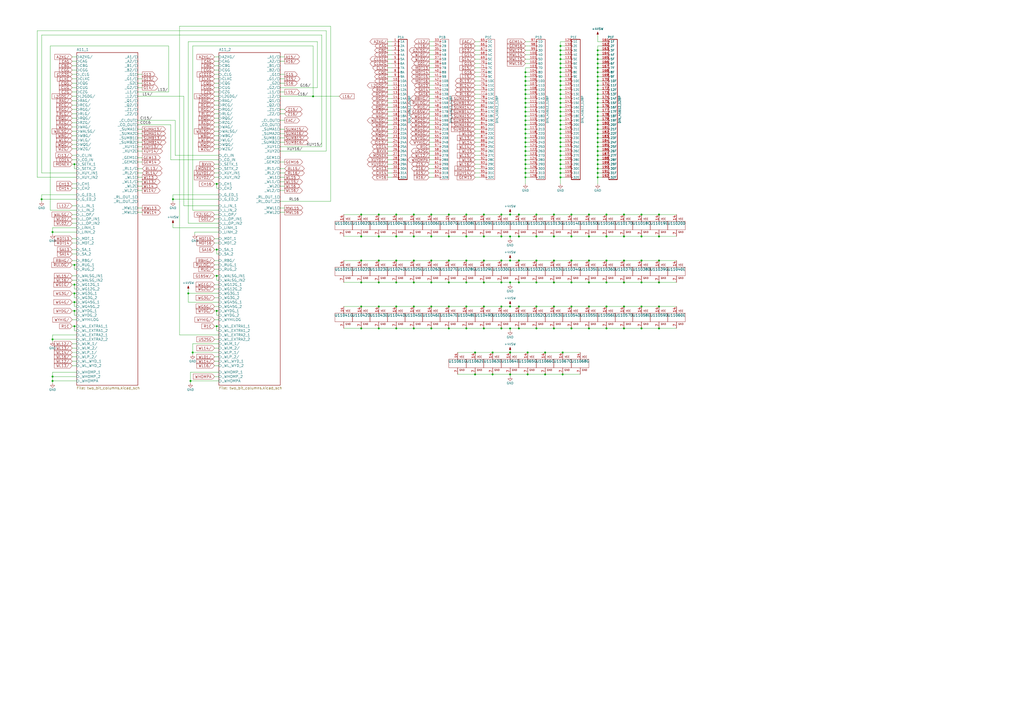
<source format=kicad_sch>
(kicad_sch (version 20211123) (generator eeschema)
  (paper "A2")
  (junction (at 30.48 220.98))
  (junction (at 346.71 44.45))
  (junction (at 260.35 137.16))
  (junction (at 219.71 163.83))
  (junction (at 372.11 124.46))
  (junction (at 351.79 190.5))
  (junction (at 325.12 59.69))
  (junction (at 361.95 124.46))
  (junction (at 250.19 177.8))
  (junction (at 382.27 124.46))
  (junction (at 304.8 77.47))
  (junction (at 295.91 190.5))
  (junction (at 304.8 41.91))
  (junction (at 304.8 72.39))
  (junction (at 270.51 151.13))
  (junction (at 240.03 163.83))
  (junction (at 346.71 80.01))
  (junction (at 346.71 90.17))
  (junction (at 382.27 151.13))
  (junction (at 270.51 190.5))
  (junction (at 304.8 49.53))
  (junction (at 346.71 64.77))
  (junction (at 43.18 165.1))
  (junction (at 325.12 80.01))
  (junction (at 295.91 151.13))
  (junction (at 346.71 102.87))
  (junction (at 260.35 177.8))
  (junction (at 43.18 189.23))
  (junction (at 331.47 177.8))
  (junction (at 346.71 85.09))
  (junction (at 275.59 204.47))
  (junction (at 325.12 62.23))
  (junction (at 346.71 100.33))
  (junction (at 304.8 97.79))
  (junction (at 361.95 177.8))
  (junction (at 325.12 49.53))
  (junction (at 346.71 74.93))
  (junction (at 321.31 190.5))
  (junction (at 351.79 163.83))
  (junction (at 304.8 57.15))
  (junction (at 325.12 77.47))
  (junction (at 351.79 124.46))
  (junction (at 304.8 44.45))
  (junction (at 346.71 62.23))
  (junction (at 240.03 124.46))
  (junction (at 304.8 67.31))
  (junction (at 325.12 34.29))
  (junction (at 321.31 177.8))
  (junction (at 325.12 64.77))
  (junction (at 43.18 180.34))
  (junction (at 304.8 54.61))
  (junction (at 229.87 151.13))
  (junction (at 325.12 74.93))
  (junction (at 270.51 163.83))
  (junction (at 260.35 163.83))
  (junction (at 304.8 62.23))
  (junction (at 295.91 137.16))
  (junction (at 325.12 41.91))
  (junction (at 304.8 102.87))
  (junction (at 285.75 204.47))
  (junction (at 280.67 137.16))
  (junction (at 304.8 90.17))
  (junction (at 382.27 190.5))
  (junction (at 331.47 163.83))
  (junction (at 219.71 177.8))
  (junction (at 109.22 170.18))
  (junction (at 300.99 177.8))
  (junction (at 341.63 190.5))
  (junction (at 285.75 217.17))
  (junction (at 280.67 177.8))
  (junction (at 346.71 34.29))
  (junction (at 346.71 41.91))
  (junction (at 300.99 151.13))
  (junction (at 321.31 137.16))
  (junction (at 304.8 95.25))
  (junction (at 125.73 106.68))
  (junction (at 325.12 46.99))
  (junction (at 331.47 137.16))
  (junction (at 181.61 55.88))
  (junction (at 304.8 52.07))
  (junction (at 325.12 31.75))
  (junction (at 229.87 163.83))
  (junction (at 346.71 29.21))
  (junction (at 311.15 137.16))
  (junction (at 260.35 190.5))
  (junction (at 361.95 163.83))
  (junction (at 43.18 153.67))
  (junction (at 325.12 57.15))
  (junction (at 321.31 124.46))
  (junction (at 250.19 190.5))
  (junction (at 306.07 204.47))
  (junction (at 30.48 196.85))
  (junction (at 341.63 163.83))
  (junction (at 280.67 124.46))
  (junction (at 250.19 163.83))
  (junction (at 300.99 124.46))
  (junction (at 325.12 67.31))
  (junction (at 125.73 180.34))
  (junction (at 341.63 151.13))
  (junction (at 346.71 57.15))
  (junction (at 219.71 137.16))
  (junction (at 325.12 97.79))
  (junction (at 325.12 87.63))
  (junction (at 304.8 59.69))
  (junction (at 304.8 92.71))
  (junction (at 325.12 95.25))
  (junction (at 260.35 124.46))
  (junction (at 30.48 134.62))
  (junction (at 30.48 218.44))
  (junction (at 346.71 31.75))
  (junction (at 372.11 163.83))
  (junction (at 326.39 217.17))
  (junction (at 325.12 69.85))
  (junction (at 346.71 46.99))
  (junction (at 43.18 175.26))
  (junction (at 325.12 26.67))
  (junction (at 295.91 177.8))
  (junction (at 351.79 177.8))
  (junction (at 325.12 44.45))
  (junction (at 209.55 190.5))
  (junction (at 351.79 137.16))
  (junction (at 325.12 29.21))
  (junction (at 219.71 190.5))
  (junction (at 260.35 151.13))
  (junction (at 311.15 177.8))
  (junction (at 361.95 151.13))
  (junction (at 295.91 204.47))
  (junction (at 240.03 190.5))
  (junction (at 111.76 204.47))
  (junction (at 125.73 144.78))
  (junction (at 290.83 124.46))
  (junction (at 280.67 151.13))
  (junction (at 304.8 74.93))
  (junction (at 280.67 163.83))
  (junction (at 240.03 151.13))
  (junction (at 295.91 217.17))
  (junction (at 219.71 151.13))
  (junction (at 304.8 64.77))
  (junction (at 346.71 82.55))
  (junction (at 290.83 190.5))
  (junction (at 280.67 190.5))
  (junction (at 290.83 177.8))
  (junction (at 209.55 177.8))
  (junction (at 346.71 36.83))
  (junction (at 325.12 54.61))
  (junction (at 270.51 177.8))
  (junction (at 346.71 72.39))
  (junction (at 346.71 97.79))
  (junction (at 372.11 137.16))
  (junction (at 321.31 163.83))
  (junction (at 325.12 82.55))
  (junction (at 304.8 87.63))
  (junction (at 311.15 190.5))
  (junction (at 316.23 217.17))
  (junction (at 304.8 82.55))
  (junction (at 240.03 177.8))
  (junction (at 229.87 124.46))
  (junction (at 304.8 80.01))
  (junction (at 300.99 190.5))
  (junction (at 125.73 160.02))
  (junction (at 125.73 189.23))
  (junction (at 250.19 137.16))
  (junction (at 346.71 77.47))
  (junction (at 346.71 52.07))
  (junction (at 311.15 163.83))
  (junction (at 346.71 54.61))
  (junction (at 229.87 190.5))
  (junction (at 43.18 170.18))
  (junction (at 346.71 95.25))
  (junction (at 325.12 39.37))
  (junction (at 346.71 39.37))
  (junction (at 290.83 163.83))
  (junction (at 325.12 36.83))
  (junction (at 304.8 85.09))
  (junction (at 382.27 137.16))
  (junction (at 331.47 151.13))
  (junction (at 382.27 163.83))
  (junction (at 346.71 87.63))
  (junction (at 325.12 90.17))
  (junction (at 110.49 220.98))
  (junction (at 240.03 137.16))
  (junction (at 346.71 92.71))
  (junction (at 209.55 163.83))
  (junction (at 372.11 151.13))
  (junction (at 331.47 190.5))
  (junction (at 300.99 137.16))
  (junction (at 304.8 69.85))
  (junction (at 219.71 124.46))
  (junction (at 382.27 177.8))
  (junction (at 250.19 151.13))
  (junction (at 24.13 115.57))
  (junction (at 290.83 137.16))
  (junction (at 209.55 151.13))
  (junction (at 316.23 204.47))
  (junction (at 304.8 46.99))
  (junction (at 306.07 217.17))
  (junction (at 372.11 190.5))
  (junction (at 270.51 124.46))
  (junction (at 209.55 137.16))
  (junction (at 209.55 124.46))
  (junction (at 295.91 163.83))
  (junction (at 325.12 100.33))
  (junction (at 326.39 204.47))
  (junction (at 229.87 177.8))
  (junction (at 346.71 67.31))
  (junction (at 325.12 92.71))
  (junction (at 325.12 102.87))
  (junction (at 311.15 124.46))
  (junction (at 325.12 72.39))
  (junction (at 372.11 177.8))
  (junction (at 346.71 49.53))
  (junction (at 361.95 137.16))
  (junction (at 250.19 124.46))
  (junction (at 331.47 124.46))
  (junction (at 325.12 52.07))
  (junction (at 304.8 100.33))
  (junction (at 275.59 217.17))
  (junction (at 341.63 177.8))
  (junction (at 300.99 163.83))
  (junction (at 100.33 115.57))
  (junction (at 229.87 137.16))
  (junction (at 346.71 69.85))
  (junction (at 321.31 151.13))
  (junction (at 295.91 124.46))
  (junction (at 341.63 137.16))
  (junction (at 341.63 124.46))
  (junction (at 351.79 151.13))
  (junction (at 346.71 59.69))
  (junction (at 311.15 151.13))
  (junction (at 270.51 137.16))
  (junction (at 325.12 85.09))
  (junction (at 290.83 151.13))
  (junction (at 361.95 190.5))
  (junction (at 43.18 95.25))
  (wire (pts (xy 325.12 95.25) (xy 325.12 97.79)))
  (wire (pts (xy 278.13 52.07) (xy 275.59 52.07)))
  (wire (pts (xy 162.56 110.49) (xy 165.1 110.49)))
  (wire (pts (xy 251.46 36.83) (xy 248.92 36.83)))
  (wire (pts (xy 227.33 80.01) (xy 224.79 80.01)))
  (wire (pts (xy 346.71 77.47) (xy 346.71 80.01)))
  (wire (pts (xy 325.12 29.21) (xy 325.12 31.75)))
  (wire (pts (xy 104.14 194.31) (xy 127 194.31)))
  (wire (pts (xy 227.33 62.23) (xy 224.79 62.23)))
  (wire (pts (xy 127 53.34) (xy 124.46 53.34)))
  (wire (pts (xy 240.03 151.13) (xy 250.19 151.13)))
  (wire (pts (xy 251.46 90.17) (xy 248.92 90.17)))
  (wire (pts (xy 125.73 147.32) (xy 127 147.32)))
  (wire (pts (xy 295.91 163.83) (xy 300.99 163.83)))
  (wire (pts (xy 251.46 49.53) (xy 248.92 49.53)))
  (wire (pts (xy 162.56 87.63) (xy 189.23 87.63)))
  (wire (pts (xy 44.45 33.02) (xy 41.91 33.02)))
  (wire (pts (xy 109.22 129.54) (xy 127 129.54)))
  (wire (pts (xy 44.45 201.93) (xy 41.91 201.93)))
  (wire (pts (xy 199.39 137.16) (xy 209.55 137.16)))
  (wire (pts (xy 80.01 93.98) (xy 82.55 93.98)))
  (wire (pts (xy 125.73 160.02) (xy 127 160.02)))
  (wire (pts (xy 44.45 55.88) (xy 41.91 55.88)))
  (wire (pts (xy 251.46 102.87) (xy 248.92 102.87)))
  (wire (pts (xy 209.55 137.16) (xy 219.71 137.16)))
  (wire (pts (xy 304.8 67.31) (xy 307.34 67.31)))
  (wire (pts (xy 307.34 24.13) (xy 304.8 24.13)))
  (wire (pts (xy 346.71 57.15) (xy 349.25 57.15)))
  (wire (pts (xy 127 115.57) (xy 100.33 115.57)))
  (wire (pts (xy 219.71 163.83) (xy 229.87 163.83)))
  (wire (pts (xy 346.71 54.61) (xy 346.71 57.15)))
  (wire (pts (xy 280.67 177.8) (xy 290.83 177.8)))
  (wire (pts (xy 162.56 45.72) (xy 165.1 45.72)))
  (wire (pts (xy 80.01 100.33) (xy 82.55 100.33)))
  (wire (pts (xy 316.23 204.47) (xy 326.39 204.47)))
  (wire (pts (xy 44.45 63.5) (xy 41.91 63.5)))
  (wire (pts (xy 295.91 149.86) (xy 295.91 151.13)))
  (wire (pts (xy 304.8 80.01) (xy 304.8 82.55)))
  (wire (pts (xy 280.67 163.83) (xy 290.83 163.83)))
  (wire (pts (xy 124.46 180.34) (xy 125.73 180.34)))
  (wire (pts (xy 227.33 49.53) (xy 224.79 49.53)))
  (wire (pts (xy 382.27 163.83) (xy 392.43 163.83)))
  (wire (pts (xy 80.01 120.65) (xy 82.55 120.65)))
  (wire (pts (xy 325.12 87.63) (xy 325.12 90.17)))
  (wire (pts (xy 227.33 72.39) (xy 224.79 72.39)))
  (wire (pts (xy 372.11 137.16) (xy 382.27 137.16)))
  (wire (pts (xy 295.91 137.16) (xy 300.99 137.16)))
  (wire (pts (xy 106.68 55.88) (xy 106.68 119.38)))
  (wire (pts (xy 325.12 95.25) (xy 327.66 95.25)))
  (wire (pts (xy 331.47 177.8) (xy 341.63 177.8)))
  (wire (pts (xy 325.12 85.09) (xy 325.12 87.63)))
  (wire (pts (xy 304.8 72.39) (xy 307.34 72.39)))
  (wire (pts (xy 304.8 90.17) (xy 304.8 92.71)))
  (wire (pts (xy 325.12 44.45) (xy 325.12 46.99)))
  (wire (pts (xy 325.12 52.07) (xy 327.66 52.07)))
  (wire (pts (xy 304.8 74.93) (xy 307.34 74.93)))
  (wire (pts (xy 44.45 194.31) (xy 30.48 194.31)))
  (wire (pts (xy 278.13 54.61) (xy 275.59 54.61)))
  (wire (pts (xy 165.1 80.01) (xy 162.56 80.01)))
  (wire (pts (xy 43.18 191.77) (xy 43.18 189.23)))
  (wire (pts (xy 80.01 97.79) (xy 82.55 97.79)))
  (wire (pts (xy 227.33 64.77) (xy 224.79 64.77)))
  (wire (pts (xy 43.18 95.25) (xy 44.45 95.25)))
  (wire (pts (xy 43.18 153.67) (xy 44.45 153.67)))
  (wire (pts (xy 127 38.1) (xy 124.46 38.1)))
  (wire (pts (xy 189.23 87.63) (xy 189.23 17.78)))
  (wire (pts (xy 248.92 72.39) (xy 251.46 72.39)))
  (wire (pts (xy 346.71 49.53) (xy 346.71 52.07)))
  (wire (pts (xy 346.71 62.23) (xy 349.25 62.23)))
  (wire (pts (xy 43.18 172.72) (xy 44.45 172.72)))
  (wire (pts (xy 127 81.28) (xy 124.46 81.28)))
  (wire (pts (xy 162.56 105.41) (xy 165.1 105.41)))
  (wire (pts (xy 325.12 64.77) (xy 327.66 64.77)))
  (wire (pts (xy 162.56 69.85) (xy 165.1 69.85)))
  (wire (pts (xy 346.71 95.25) (xy 346.71 97.79)))
  (wire (pts (xy 30.48 196.85) (xy 30.48 198.12)))
  (wire (pts (xy 304.8 87.63) (xy 307.34 87.63)))
  (wire (pts (xy 361.95 137.16) (xy 372.11 137.16)))
  (wire (pts (xy 44.45 68.58) (xy 41.91 68.58)))
  (wire (pts (xy 227.33 36.83) (xy 224.79 36.83)))
  (wire (pts (xy 30.48 132.08) (xy 30.48 134.62)))
  (wire (pts (xy 290.83 177.8) (xy 295.91 177.8)))
  (wire (pts (xy 227.33 95.25) (xy 224.79 95.25)))
  (wire (pts (xy 278.13 95.25) (xy 275.59 95.25)))
  (wire (pts (xy 125.73 182.88) (xy 127 182.88)))
  (wire (pts (xy 43.18 175.26) (xy 44.45 175.26)))
  (wire (pts (xy 346.71 34.29) (xy 346.71 36.83)))
  (wire (pts (xy 44.45 185.42) (xy 41.91 185.42)))
  (wire (pts (xy 44.45 71.12) (xy 41.91 71.12)))
  (wire (pts (xy 224.79 90.17) (xy 227.33 90.17)))
  (wire (pts (xy 251.46 80.01) (xy 248.92 80.01)))
  (wire (pts (xy 304.8 82.55) (xy 304.8 85.09)))
  (wire (pts (xy 106.68 119.38) (xy 127 119.38)))
  (wire (pts (xy 304.8 85.09) (xy 307.34 85.09)))
  (wire (pts (xy 44.45 138.43) (xy 41.91 138.43)))
  (wire (pts (xy 307.34 34.29) (xy 304.8 34.29)))
  (wire (pts (xy 325.12 41.91) (xy 327.66 41.91)))
  (wire (pts (xy 109.22 24.13) (xy 109.22 129.54)))
  (wire (pts (xy 304.8 62.23) (xy 307.34 62.23)))
  (wire (pts (xy 227.33 100.33) (xy 224.79 100.33)))
  (wire (pts (xy 184.15 50.8) (xy 184.15 24.13)))
  (wire (pts (xy 127 199.39) (xy 111.76 199.39)))
  (wire (pts (xy 304.8 87.63) (xy 304.8 90.17)))
  (wire (pts (xy 127 76.2) (xy 124.46 76.2)))
  (wire (pts (xy 304.8 49.53) (xy 304.8 52.07)))
  (wire (pts (xy 44.45 78.74) (xy 41.91 78.74)))
  (wire (pts (xy 162.56 102.87) (xy 165.1 102.87)))
  (wire (pts (xy 346.71 39.37) (xy 349.25 39.37)))
  (wire (pts (xy 251.46 87.63) (xy 248.92 87.63)))
  (wire (pts (xy 280.67 124.46) (xy 290.83 124.46)))
  (wire (pts (xy 209.55 151.13) (xy 219.71 151.13)))
  (wire (pts (xy 311.15 177.8) (xy 321.31 177.8)))
  (wire (pts (xy 278.13 44.45) (xy 275.59 44.45)))
  (wire (pts (xy 295.91 217.17) (xy 295.91 218.44)))
  (wire (pts (xy 127 162.56) (xy 125.73 162.56)))
  (wire (pts (xy 227.33 69.85) (xy 224.79 69.85)))
  (wire (pts (xy 304.8 44.45) (xy 304.8 46.99)))
  (wire (pts (xy 125.73 106.68) (xy 125.73 109.22)))
  (wire (pts (xy 124.46 106.68) (xy 125.73 106.68)))
  (wire (pts (xy 251.46 100.33) (xy 248.92 100.33)))
  (wire (pts (xy 346.71 69.85) (xy 346.71 72.39)))
  (wire (pts (xy 280.67 151.13) (xy 290.83 151.13)))
  (wire (pts (xy 127 35.56) (xy 124.46 35.56)))
  (wire (pts (xy 80.01 110.49) (xy 82.55 110.49)))
  (wire (pts (xy 325.12 77.47) (xy 325.12 80.01)))
  (wire (pts (xy 346.71 59.69) (xy 349.25 59.69)))
  (wire (pts (xy 124.46 167.64) (xy 127 167.64)))
  (wire (pts (xy 104.14 15.24) (xy 104.14 194.31)))
  (wire (pts (xy 44.45 162.56) (xy 41.91 162.56)))
  (wire (pts (xy 372.11 177.8) (xy 382.27 177.8)))
  (wire (pts (xy 304.8 90.17) (xy 307.34 90.17)))
  (wire (pts (xy 325.12 80.01) (xy 325.12 82.55)))
  (wire (pts (xy 278.13 59.69) (xy 275.59 59.69)))
  (wire (pts (xy 325.12 54.61) (xy 325.12 57.15)))
  (wire (pts (xy 248.92 67.31) (xy 251.46 67.31)))
  (wire (pts (xy 44.45 35.56) (xy 41.91 35.56)))
  (wire (pts (xy 30.48 215.9) (xy 30.48 218.44)))
  (wire (pts (xy 346.71 49.53) (xy 349.25 49.53)))
  (wire (pts (xy 30.48 220.98) (xy 30.48 222.25)))
  (wire (pts (xy 280.67 190.5) (xy 290.83 190.5)))
  (wire (pts (xy 248.92 74.93) (xy 251.46 74.93)))
  (wire (pts (xy 325.12 92.71) (xy 325.12 95.25)))
  (wire (pts (xy 21.59 17.78) (xy 21.59 102.87)))
  (wire (pts (xy 346.71 26.67) (xy 349.25 26.67)))
  (wire (pts (xy 351.79 124.46) (xy 361.95 124.46)))
  (wire (pts (xy 331.47 151.13) (xy 341.63 151.13)))
  (wire (pts (xy 372.11 124.46) (xy 382.27 124.46)))
  (wire (pts (xy 278.13 77.47) (xy 275.59 77.47)))
  (wire (pts (xy 162.56 116.84) (xy 191.77 116.84)))
  (wire (pts (xy 325.12 24.13) (xy 325.12 26.67)))
  (wire (pts (xy 227.33 54.61) (xy 224.79 54.61)))
  (wire (pts (xy 227.33 77.47) (xy 224.79 77.47)))
  (wire (pts (xy 251.46 52.07) (xy 248.92 52.07)))
  (wire (pts (xy 44.45 196.85) (xy 30.48 196.85)))
  (wire (pts (xy 300.99 151.13) (xy 311.15 151.13)))
  (wire (pts (xy 346.71 95.25) (xy 349.25 95.25)))
  (wire (pts (xy 278.13 102.87) (xy 275.59 102.87)))
  (wire (pts (xy 304.8 39.37) (xy 304.8 41.91)))
  (wire (pts (xy 43.18 97.79) (xy 44.45 97.79)))
  (wire (pts (xy 346.71 67.31) (xy 349.25 67.31)))
  (wire (pts (xy 29.21 26.67) (xy 29.21 121.92)))
  (wire (pts (xy 229.87 151.13) (xy 240.03 151.13)))
  (wire (pts (xy 361.95 124.46) (xy 372.11 124.46)))
  (wire (pts (xy 109.22 170.18) (xy 109.22 175.26)))
  (wire (pts (xy 109.22 167.64) (xy 109.22 170.18)))
  (wire (pts (xy 99.06 72.39) (xy 99.06 92.71)))
  (wire (pts (xy 346.71 80.01) (xy 349.25 80.01)))
  (wire (pts (xy 304.8 82.55) (xy 307.34 82.55)))
  (wire (pts (xy 280.67 137.16) (xy 290.83 137.16)))
  (wire (pts (xy 125.73 189.23) (xy 127 189.23)))
  (wire (pts (xy 295.91 190.5) (xy 295.91 191.77)))
  (wire (pts (xy 346.71 85.09) (xy 349.25 85.09)))
  (wire (pts (xy 227.33 39.37) (xy 224.79 39.37)))
  (wire (pts (xy 341.63 190.5) (xy 351.79 190.5)))
  (wire (pts (xy 278.13 34.29) (xy 275.59 34.29)))
  (wire (pts (xy 295.91 124.46) (xy 300.99 124.46)))
  (wire (pts (xy 43.18 170.18) (xy 44.45 170.18)))
  (wire (pts (xy 382.27 124.46) (xy 392.43 124.46)))
  (wire (pts (xy 229.87 137.16) (xy 240.03 137.16)))
  (wire (pts (xy 227.33 102.87) (xy 224.79 102.87)))
  (wire (pts (xy 325.12 90.17) (xy 327.66 90.17)))
  (wire (pts (xy 351.79 177.8) (xy 361.95 177.8)))
  (wire (pts (xy 127 78.74) (xy 124.46 78.74)))
  (wire (pts (xy 304.8 59.69) (xy 307.34 59.69)))
  (wire (pts (xy 251.46 97.79) (xy 248.92 97.79)))
  (wire (pts (xy 100.33 132.08) (xy 100.33 129.54)))
  (wire (pts (xy 278.13 97.79) (xy 275.59 97.79)))
  (wire (pts (xy 304.8 57.15) (xy 304.8 59.69)))
  (wire (pts (xy 295.91 163.83) (xy 295.91 165.1)))
  (wire (pts (xy 44.45 115.57) (xy 24.13 115.57)))
  (wire (pts (xy 346.71 54.61) (xy 349.25 54.61)))
  (wire (pts (xy 125.73 162.56) (xy 125.73 160.02)))
  (wire (pts (xy 43.18 180.34) (xy 43.18 182.88)))
  (wire (pts (xy 325.12 67.31) (xy 325.12 69.85)))
  (wire (pts (xy 219.71 177.8) (xy 229.87 177.8)))
  (wire (pts (xy 260.35 190.5) (xy 270.51 190.5)))
  (wire (pts (xy 346.71 44.45) (xy 346.71 46.99)))
  (wire (pts (xy 304.8 102.87) (xy 307.34 102.87)))
  (wire (pts (xy 295.91 137.16) (xy 295.91 138.43)))
  (wire (pts (xy 270.51 163.83) (xy 280.67 163.83)))
  (wire (pts (xy 44.45 106.68) (xy 41.91 106.68)))
  (wire (pts (xy 191.77 15.24) (xy 104.14 15.24)))
  (wire (pts (xy 124.46 189.23) (xy 125.73 189.23)))
  (wire (pts (xy 346.71 87.63) (xy 349.25 87.63)))
  (wire (pts (xy 278.13 80.01) (xy 275.59 80.01)))
  (wire (pts (xy 260.35 151.13) (xy 270.51 151.13)))
  (wire (pts (xy 382.27 151.13) (xy 392.43 151.13)))
  (wire (pts (xy 44.45 220.98) (xy 30.48 220.98)))
  (wire (pts (xy 260.35 163.83) (xy 270.51 163.83)))
  (wire (pts (xy 346.71 102.87) (xy 349.25 102.87)))
  (wire (pts (xy 248.92 62.23) (xy 251.46 62.23)))
  (wire (pts (xy 346.71 90.17) (xy 346.71 92.71)))
  (wire (pts (xy 127 201.93) (xy 124.46 201.93)))
  (wire (pts (xy 346.71 72.39) (xy 346.71 74.93)))
  (wire (pts (xy 351.79 137.16) (xy 361.95 137.16)))
  (wire (pts (xy 325.12 34.29) (xy 325.12 36.83)))
  (wire (pts (xy 43.18 167.64) (xy 44.45 167.64)))
  (wire (pts (xy 325.12 82.55) (xy 325.12 85.09)))
  (wire (pts (xy 209.55 190.5) (xy 219.71 190.5)))
  (wire (pts (xy 44.45 53.34) (xy 41.91 53.34)))
  (wire (pts (xy 250.19 177.8) (xy 260.35 177.8)))
  (wire (pts (xy 251.46 29.21) (xy 248.92 29.21)))
  (wire (pts (xy 346.71 34.29) (xy 349.25 34.29)))
  (wire (pts (xy 127 220.98) (xy 110.49 220.98)))
  (wire (pts (xy 43.18 165.1) (xy 43.18 167.64)))
  (wire (pts (xy 304.8 41.91) (xy 307.34 41.91)))
  (wire (pts (xy 346.71 90.17) (xy 349.25 90.17)))
  (wire (pts (xy 346.71 31.75) (xy 346.71 34.29)))
  (wire (pts (xy 29.21 121.92) (xy 44.45 121.92)))
  (wire (pts (xy 124.46 156.21) (xy 127 156.21)))
  (wire (pts (xy 278.13 26.67) (xy 275.59 26.67)))
  (wire (pts (xy 199.39 177.8) (xy 209.55 177.8)))
  (wire (pts (xy 44.45 160.02) (xy 41.91 160.02)))
  (wire (pts (xy 127 40.64) (xy 124.46 40.64)))
  (wire (pts (xy 278.13 72.39) (xy 275.59 72.39)))
  (wire (pts (xy 189.23 17.78) (xy 21.59 17.78)))
  (wire (pts (xy 162.56 43.18) (xy 165.1 43.18)))
  (wire (pts (xy 346.71 74.93) (xy 349.25 74.93)))
  (wire (pts (xy 325.12 100.33) (xy 327.66 100.33)))
  (wire (pts (xy 162.56 77.47) (xy 165.1 77.47)))
  (wire (pts (xy 24.13 100.33) (xy 44.45 100.33)))
  (wire (pts (xy 327.66 24.13) (xy 325.12 24.13)))
  (wire (pts (xy 127 66.04) (xy 124.46 66.04)))
  (wire (pts (xy 278.13 36.83) (xy 275.59 36.83)))
  (wire (pts (xy 44.45 124.46) (xy 41.91 124.46)))
  (wire (pts (xy 127 138.43) (xy 124.46 138.43)))
  (wire (pts (xy 80.01 87.63) (xy 82.55 87.63)))
  (wire (pts (xy 325.12 49.53) (xy 327.66 49.53)))
  (wire (pts (xy 125.73 180.34) (xy 127 180.34)))
  (wire (pts (xy 321.31 151.13) (xy 331.47 151.13)))
  (wire (pts (xy 199.39 151.13) (xy 209.55 151.13)))
  (wire (pts (xy 346.71 41.91) (xy 349.25 41.91)))
  (wire (pts (xy 325.12 100.33) (xy 325.12 102.87)))
  (wire (pts (xy 325.12 74.93) (xy 325.12 77.47)))
  (wire (pts (xy 227.33 52.07) (xy 224.79 52.07)))
  (wire (pts (xy 278.13 57.15) (xy 275.59 57.15)))
  (wire (pts (xy 321.31 124.46) (xy 331.47 124.46)))
  (wire (pts (xy 278.13 62.23) (xy 275.59 62.23)))
  (wire (pts (xy 82.55 123.19) (xy 80.01 123.19)))
  (wire (pts (xy 127 204.47) (xy 111.76 204.47)))
  (wire (pts (xy 127 73.66) (xy 124.46 73.66)))
  (wire (pts (xy 295.91 203.2) (xy 295.91 204.47)))
  (wire (pts (xy 304.8 64.77) (xy 307.34 64.77)))
  (wire (pts (xy 101.6 69.85) (xy 101.6 90.17)))
  (wire (pts (xy 260.35 137.16) (xy 270.51 137.16)))
  (wire (pts (xy 229.87 190.5) (xy 240.03 190.5)))
  (wire (pts (xy 162.56 74.93) (xy 165.1 74.93)))
  (wire (pts (xy 248.92 77.47) (xy 251.46 77.47)))
  (wire (pts (xy 227.33 29.21) (xy 224.79 29.21)))
  (wire (pts (xy 278.13 92.71) (xy 275.59 92.71)))
  (wire (pts (xy 325.12 31.75) (xy 327.66 31.75)))
  (wire (pts (xy 325.12 102.87) (xy 325.12 106.68)))
  (wire (pts (xy 127 177.8) (xy 124.46 177.8)))
  (wire (pts (xy 44.45 140.97) (xy 41.91 140.97)))
  (wire (pts (xy 346.71 62.23) (xy 346.71 64.77)))
  (wire (pts (xy 278.13 90.17) (xy 275.59 90.17)))
  (wire (pts (xy 125.73 180.34) (xy 125.73 182.88)))
  (wire (pts (xy 181.61 55.88) (xy 181.61 26.67)))
  (wire (pts (xy 43.18 153.67) (xy 43.18 156.21)))
  (wire (pts (xy 162.56 35.56) (xy 165.1 35.56)))
  (wire (pts (xy 44.45 109.22) (xy 41.91 109.22)))
  (wire (pts (xy 278.13 87.63) (xy 275.59 87.63)))
  (wire (pts (xy 80.01 85.09) (xy 82.55 85.09)))
  (wire (pts (xy 346.71 36.83) (xy 346.71 39.37)))
  (wire (pts (xy 162.56 55.88) (xy 181.61 55.88)))
  (wire (pts (xy 41.91 153.67) (xy 43.18 153.67)))
  (wire (pts (xy 316.23 217.17) (xy 326.39 217.17)))
  (wire (pts (xy 127 127) (xy 124.46 127)))
  (wire (pts (xy 251.46 31.75) (xy 248.92 31.75)))
  (wire (pts (xy 44.45 58.42) (xy 41.91 58.42)))
  (wire (pts (xy 125.73 106.68) (xy 127 106.68)))
  (wire (pts (xy 199.39 163.83) (xy 209.55 163.83)))
  (wire (pts (xy 124.46 165.1) (xy 127 165.1)))
  (wire (pts (xy 127 33.02) (xy 124.46 33.02)))
  (wire (pts (xy 80.01 107.95) (xy 82.55 107.95)))
  (wire (pts (xy 304.8 52.07) (xy 307.34 52.07)))
  (wire (pts (xy 325.12 46.99) (xy 325.12 49.53)))
  (wire (pts (xy 331.47 137.16) (xy 341.63 137.16)))
  (wire (pts (xy 127 55.88) (xy 124.46 55.88)))
  (wire (pts (xy 304.8 77.47) (xy 304.8 80.01)))
  (wire (pts (xy 304.8 39.37) (xy 307.34 39.37)))
  (wire (pts (xy 209.55 177.8) (xy 219.71 177.8)))
  (wire (pts (xy 325.12 72.39) (xy 325.12 74.93)))
  (wire (pts (xy 346.71 52.07) (xy 349.25 52.07)))
  (wire (pts (xy 44.45 199.39) (xy 41.91 199.39)))
  (wire (pts (xy 325.12 80.01) (xy 327.66 80.01)))
  (wire (pts (xy 44.45 113.03) (xy 24.13 113.03)))
  (wire (pts (xy 304.8 59.69) (xy 304.8 62.23)))
  (wire (pts (xy 304.8 72.39) (xy 304.8 74.93)))
  (wire (pts (xy 227.33 92.71) (xy 224.79 92.71)))
  (wire (pts (xy 325.12 44.45) (xy 327.66 44.45)))
  (wire (pts (xy 304.8 41.91) (xy 304.8 44.45)))
  (wire (pts (xy 304.8 46.99) (xy 307.34 46.99)))
  (wire (pts (xy 44.45 86.36) (xy 41.91 86.36)))
  (wire (pts (xy 278.13 85.09) (xy 275.59 85.09)))
  (wire (pts (xy 127 140.97) (xy 124.46 140.97)))
  (wire (pts (xy 44.45 204.47) (xy 41.91 204.47)))
  (wire (pts (xy 325.12 67.31) (xy 327.66 67.31)))
  (wire (pts (xy 278.13 74.93) (xy 275.59 74.93)))
  (wire (pts (xy 285.75 204.47) (xy 295.91 204.47)))
  (wire (pts (xy 97.79 26.67) (xy 29.21 26.67)))
  (wire (pts (xy 162.56 48.26) (xy 165.1 48.26)))
  (wire (pts (xy 372.11 151.13) (xy 382.27 151.13)))
  (wire (pts (xy 44.45 212.09) (xy 41.91 212.09)))
  (wire (pts (xy 44.45 132.08) (xy 30.48 132.08)))
  (wire (pts (xy 300.99 177.8) (xy 311.15 177.8)))
  (wire (pts (xy 346.71 26.67) (xy 346.71 29.21)))
  (wire (pts (xy 30.48 218.44) (xy 30.48 220.98)))
  (wire (pts (xy 127 124.46) (xy 124.46 124.46)))
  (wire (pts (xy 300.99 163.83) (xy 311.15 163.83)))
  (wire (pts (xy 304.8 49.53) (xy 307.34 49.53)))
  (wire (pts (xy 321.31 190.5) (xy 331.47 190.5)))
  (wire (pts (xy 113.03 134.62) (xy 113.03 135.89)))
  (wire (pts (xy 248.92 64.77) (xy 251.46 64.77)))
  (wire (pts (xy 227.33 82.55) (xy 224.79 82.55)))
  (wire (pts (xy 382.27 137.16) (xy 392.43 137.16)))
  (wire (pts (xy 311.15 137.16) (xy 321.31 137.16)))
  (wire (pts (xy 300.99 124.46) (xy 311.15 124.46)))
  (wire (pts (xy 325.12 62.23) (xy 327.66 62.23)))
  (wire (pts (xy 325.12 97.79) (xy 327.66 97.79)))
  (wire (pts (xy 30.48 134.62) (xy 30.48 135.89)))
  (wire (pts (xy 41.91 170.18) (xy 43.18 170.18)))
  (wire (pts (xy 125.73 144.78) (xy 125.73 147.32)))
  (wire (pts (xy 250.19 163.83) (xy 260.35 163.83)))
  (wire (pts (xy 304.8 54.61) (xy 307.34 54.61)))
  (wire (pts (xy 361.95 190.5) (xy 372.11 190.5)))
  (wire (pts (xy 300.99 137.16) (xy 311.15 137.16)))
  (wire (pts (xy 304.8 97.79) (xy 304.8 100.33)))
  (wire (pts (xy 44.45 40.64) (xy 41.91 40.64)))
  (wire (pts (xy 278.13 49.53) (xy 275.59 49.53)))
  (wire (pts (xy 227.33 44.45) (xy 224.79 44.45)))
  (wire (pts (xy 327.66 26.67) (xy 325.12 26.67)))
  (wire (pts (xy 304.8 97.79) (xy 307.34 97.79)))
  (wire (pts (xy 304.8 64.77) (xy 304.8 67.31)))
  (wire (pts (xy 251.46 95.25) (xy 248.92 95.25)))
  (wire (pts (xy 127 60.96) (xy 124.46 60.96)))
  (wire (pts (xy 184.15 24.13) (xy 109.22 24.13)))
  (wire (pts (xy 295.91 177.8) (xy 300.99 177.8)))
  (wire (pts (xy 248.92 69.85) (xy 251.46 69.85)))
  (wire (pts (xy 331.47 163.83) (xy 341.63 163.83)))
  (wire (pts (xy 346.71 85.09) (xy 346.71 87.63)))
  (wire (pts (xy 111.76 26.67) (xy 111.76 121.92)))
  (wire (pts (xy 304.8 54.61) (xy 304.8 57.15)))
  (wire (pts (xy 240.03 124.46) (xy 250.19 124.46)))
  (wire (pts (xy 346.71 69.85) (xy 349.25 69.85)))
  (wire (pts (xy 127 83.82) (xy 124.46 83.82)))
  (wire (pts (xy 127 48.26) (xy 124.46 48.26)))
  (wire (pts (xy 248.92 59.69) (xy 251.46 59.69)))
  (wire (pts (xy 162.56 85.09) (xy 186.69 85.09)))
  (wire (pts (xy 251.46 34.29) (xy 248.92 34.29)))
  (wire (pts (xy 341.63 163.83) (xy 351.79 163.83)))
  (wire (pts (xy 295.91 204.47) (xy 306.07 204.47)))
  (wire (pts (xy 278.13 67.31) (xy 275.59 67.31)))
  (wire (pts (xy 162.56 120.65) (xy 165.1 120.65)))
  (wire (pts (xy 382.27 177.8) (xy 392.43 177.8)))
  (wire (pts (xy 41.91 95.25) (xy 43.18 95.25)))
  (wire (pts (xy 43.18 180.34) (xy 44.45 180.34)))
  (wire (pts (xy 227.33 24.13) (xy 224.79 24.13)))
  (wire (pts (xy 125.73 109.22) (xy 127 109.22)))
  (wire (pts (xy 304.8 62.23) (xy 304.8 64.77)))
  (wire (pts (xy 346.71 92.71) (xy 349.25 92.71)))
  (wire (pts (xy 44.45 60.96) (xy 41.91 60.96)))
  (wire (pts (xy 162.56 107.95) (xy 165.1 107.95)))
  (wire (pts (xy 278.13 41.91) (xy 275.59 41.91)))
  (wire (pts (xy 307.34 29.21) (xy 304.8 29.21)))
  (wire (pts (xy 181.61 55.88) (xy 196.85 55.88)))
  (wire (pts (xy 127 185.42) (xy 124.46 185.42)))
  (wire (pts (xy 325.12 64.77) (xy 325.12 67.31)))
  (wire (pts (xy 44.45 76.2) (xy 41.91 76.2)))
  (wire (pts (xy 111.76 121.92) (xy 127 121.92)))
  (wire (pts (xy 346.71 100.33) (xy 349.25 100.33)))
  (wire (pts (xy 304.8 100.33) (xy 307.34 100.33)))
  (wire (pts (xy 325.12 54.61) (xy 327.66 54.61)))
  (wire (pts (xy 44.45 209.55) (xy 41.91 209.55)))
  (wire (pts (xy 229.87 177.8) (xy 240.03 177.8)))
  (wire (pts (xy 127 50.8) (xy 124.46 50.8)))
  (wire (pts (xy 260.35 124.46) (xy 270.51 124.46)))
  (wire (pts (xy 251.46 57.15) (xy 248.92 57.15)))
  (wire (pts (xy 124.46 144.78) (xy 125.73 144.78)))
  (wire (pts (xy 278.13 100.33) (xy 275.59 100.33)))
  (wire (pts (xy 127 68.58) (xy 124.46 68.58)))
  (wire (pts (xy 346.71 46.99) (xy 346.71 49.53)))
  (wire (pts (xy 278.13 82.55) (xy 275.59 82.55)))
  (wire (pts (xy 44.45 207.01) (xy 41.91 207.01)))
  (wire (pts (xy 331.47 190.5) (xy 341.63 190.5)))
  (wire (pts (xy 346.71 59.69) (xy 346.71 62.23)))
  (wire (pts (xy 325.12 77.47) (xy 327.66 77.47)))
  (wire (pts (xy 124.46 95.25) (xy 127 95.25)))
  (wire (pts (xy 44.45 218.44) (xy 30.48 218.44)))
  (wire (pts (xy 80.01 69.85) (xy 101.6 69.85)))
  (wire (pts (xy 227.33 46.99) (xy 224.79 46.99)))
  (wire (pts (xy 325.12 29.21) (xy 327.66 29.21)))
  (wire (pts (xy 43.18 175.26) (xy 43.18 177.8)))
  (wire (pts (xy 44.45 43.18) (xy 41.91 43.18)))
  (wire (pts (xy 325.12 31.75) (xy 325.12 34.29)))
  (wire (pts (xy 80.01 74.93) (xy 82.55 74.93)))
  (wire (pts (xy 278.13 29.21) (xy 275.59 29.21)))
  (wire (pts (xy 110.49 215.9) (xy 127 215.9)))
  (wire (pts (xy 162.56 97.79) (xy 165.1 97.79)))
  (wire (pts (xy 43.18 156.21) (xy 44.45 156.21)))
  (wire (pts (xy 127 45.72) (xy 124.46 45.72)))
  (wire (pts (xy 240.03 177.8) (xy 250.19 177.8)))
  (wire (pts (xy 199.39 190.5) (xy 209.55 190.5)))
  (wire (pts (xy 341.63 151.13) (xy 351.79 151.13)))
  (wire (pts (xy 346.71 44.45) (xy 349.25 44.45)))
  (wire (pts (xy 240.03 190.5) (xy 250.19 190.5)))
  (wire (pts (xy 251.46 82.55) (xy 248.92 82.55)))
  (wire (pts (xy 325.12 69.85) (xy 327.66 69.85)))
  (wire (pts (xy 80.01 72.39) (xy 99.06 72.39)))
  (wire (pts (xy 325.12 36.83) (xy 327.66 36.83)))
  (wire (pts (xy 331.47 124.46) (xy 341.63 124.46)))
  (wire (pts (xy 43.18 165.1) (xy 44.45 165.1)))
  (wire (pts (xy 209.55 163.83) (xy 219.71 163.83)))
  (wire (pts (xy 346.71 100.33) (xy 346.71 102.87)))
  (wire (pts (xy 219.71 137.16) (xy 229.87 137.16)))
  (wire (pts (xy 325.12 90.17) (xy 325.12 92.71)))
  (wire (pts (xy 227.33 41.91) (xy 224.79 41.91)))
  (wire (pts (xy 43.18 189.23) (xy 44.45 189.23)))
  (wire (pts (xy 278.13 24.13) (xy 275.59 24.13)))
  (wire (pts (xy 325.12 82.55) (xy 327.66 82.55)))
  (wire (pts (xy 44.45 48.26) (xy 41.91 48.26)))
  (wire (pts (xy 361.95 163.83) (xy 372.11 163.83)))
  (wire (pts (xy 346.71 31.75) (xy 349.25 31.75)))
  (wire (pts (xy 250.19 137.16) (xy 260.35 137.16)))
  (wire (pts (xy 311.15 190.5) (xy 321.31 190.5)))
  (wire (pts (xy 325.12 52.07) (xy 325.12 54.61)))
  (wire (pts (xy 346.71 64.77) (xy 346.71 67.31)))
  (wire (pts (xy 346.71 41.91) (xy 346.71 44.45)))
  (wire (pts (xy 162.56 93.98) (xy 165.1 93.98)))
  (wire (pts (xy 127 218.44) (xy 124.46 218.44)))
  (wire (pts (xy 295.91 151.13) (xy 300.99 151.13)))
  (wire (pts (xy 304.8 74.93) (xy 304.8 77.47)))
  (wire (pts (xy 127 43.18) (xy 124.46 43.18)))
  (wire (pts (xy 349.25 24.13) (xy 346.71 24.13)))
  (wire (pts (xy 80.01 53.34) (xy 97.79 53.34)))
  (wire (pts (xy 162.56 33.02) (xy 165.1 33.02)))
  (wire (pts (xy 349.25 29.21) (xy 346.71 29.21)))
  (wire (pts (xy 229.87 163.83) (xy 240.03 163.83)))
  (wire (pts (xy 251.46 54.61) (xy 248.92 54.61)))
  (wire (pts (xy 124.46 172.72) (xy 127 172.72)))
  (wire (pts (xy 165.1 123.19) (xy 162.56 123.19)))
  (wire (pts (xy 346.71 39.37) (xy 346.71 41.91)))
  (wire (pts (xy 251.46 46.99) (xy 248.92 46.99)))
  (wire (pts (xy 304.8 100.33) (xy 304.8 102.87)))
  (wire (pts (xy 304.8 77.47) (xy 307.34 77.47)))
  (wire (pts (xy 100.33 115.57) (xy 100.33 116.84)))
  (wire (pts (xy 250.19 124.46) (xy 260.35 124.46)))
  (wire (pts (xy 80.01 55.88) (xy 106.68 55.88)))
  (wire (pts (xy 325.12 41.91) (xy 325.12 44.45)))
  (wire (pts (xy 306.07 217.17) (xy 316.23 217.17)))
  (wire (pts (xy 372.11 163.83) (xy 382.27 163.83)))
  (wire (pts (xy 290.83 151.13) (xy 295.91 151.13)))
  (wire (pts (xy 251.46 26.67) (xy 248.92 26.67)))
  (wire (pts (xy 41.91 165.1) (xy 43.18 165.1)))
  (wire (pts (xy 300.99 190.5) (xy 311.15 190.5)))
  (wire (pts (xy 24.13 113.03) (xy 24.13 115.57)))
  (wire (pts (xy 44.45 127) (xy 41.91 127)))
  (wire (pts (xy 325.12 97.79) (xy 325.12 100.33)))
  (wire (pts (xy 304.8 80.01) (xy 307.34 80.01)))
  (wire (pts (xy 24.13 115.57) (xy 24.13 116.84)))
  (wire (pts (xy 325.12 59.69) (xy 325.12 62.23)))
  (wire (pts (xy 270.51 137.16) (xy 280.67 137.16)))
  (wire (pts (xy 325.12 26.67) (xy 325.12 29.21)))
  (wire (pts (xy 80.01 82.55) (xy 82.55 82.55)))
  (wire (pts (xy 227.33 26.67) (xy 224.79 26.67)))
  (wire (pts (xy 127 207.01) (xy 124.46 207.01)))
  (wire (pts (xy 304.8 36.83) (xy 307.34 36.83)))
  (wire (pts (xy 127 100.33) (xy 124.46 100.33)))
  (wire (pts (xy 325.12 57.15) (xy 327.66 57.15)))
  (wire (pts (xy 124.46 153.67) (xy 127 153.67)))
  (wire (pts (xy 44.45 45.72) (xy 41.91 45.72)))
  (wire (pts (xy 325.12 69.85) (xy 325.12 72.39)))
  (wire (pts (xy 275.59 204.47) (xy 285.75 204.47)))
  (wire (pts (xy 227.33 67.31) (xy 224.79 67.31)))
  (wire (pts (xy 162.56 53.34) (xy 165.1 53.34)))
  (wire (pts (xy 191.77 116.84) (xy 191.77 15.24)))
  (wire (pts (xy 44.45 119.38) (xy 41.91 119.38)))
  (wire (pts (xy 251.46 41.91) (xy 248.92 41.91)))
  (wire (pts (xy 44.45 147.32) (xy 41.91 147.32)))
  (wire (pts (xy 346.71 36.83) (xy 349.25 36.83)))
  (wire (pts (xy 304.8 52.07) (xy 304.8 54.61)))
  (wire (pts (xy 227.33 74.93) (xy 224.79 74.93)))
  (wire (pts (xy 219.71 124.46) (xy 229.87 124.46)))
  (wire (pts (xy 346.71 29.21) (xy 346.71 31.75)))
  (wire (pts (xy 260.35 177.8) (xy 270.51 177.8)))
  (wire (pts (xy 346.71 82.55) (xy 349.25 82.55)))
  (wire (pts (xy 44.45 134.62) (xy 30.48 134.62)))
  (wire (pts (xy 100.33 113.03) (xy 100.33 115.57)))
  (wire (pts (xy 307.34 26.67) (xy 304.8 26.67)))
  (wire (pts (xy 295.91 123.19) (xy 295.91 124.46)))
  (wire (pts (xy 346.71 72.39) (xy 349.25 72.39)))
  (wire (pts (xy 44.45 129.54) (xy 41.91 129.54)))
  (wire (pts (xy 127 196.85) (xy 124.46 196.85)))
  (wire (pts (xy 278.13 69.85) (xy 275.59 69.85)))
  (wire (pts (xy 290.83 124.46) (xy 295.91 124.46)))
  (wire (pts (xy 80.01 48.26) (xy 82.55 48.26)))
  (wire (pts (xy 325.12 85.09) (xy 327.66 85.09)))
  (wire (pts (xy 186.69 20.32) (xy 24.13 20.32)))
  (wire (pts (xy 80.01 80.01) (xy 82.55 80.01)))
  (wire (pts (xy 251.46 44.45) (xy 248.92 44.45)))
  (wire (pts (xy 341.63 124.46) (xy 351.79 124.46)))
  (wire (pts (xy 325.12 72.39) (xy 327.66 72.39)))
  (wire (pts (xy 285.75 217.17) (xy 295.91 217.17)))
  (wire (pts (xy 346.71 64.77) (xy 349.25 64.77)))
  (wire (pts (xy 351.79 163.83) (xy 361.95 163.83)))
  (wire (pts (xy 278.13 31.75) (xy 275.59 31.75)))
  (wire (pts (xy 311.15 124.46) (xy 321.31 124.46)))
  (wire (pts (xy 44.45 50.8) (xy 41.91 50.8)))
  (wire (pts (xy 295.91 217.17) (xy 306.07 217.17)))
  (wire (pts (xy 325.12 102.87) (xy 327.66 102.87)))
  (wire (pts (xy 325.12 92.71) (xy 327.66 92.71)))
  (wire (pts (xy 224.79 87.63) (xy 227.33 87.63)))
  (wire (pts (xy 43.18 182.88) (xy 44.45 182.88)))
  (wire (pts (xy 346.71 97.79) (xy 346.71 100.33)))
  (wire (pts (xy 304.8 46.99) (xy 304.8 49.53)))
  (wire (pts (xy 80.01 91.44) (xy 82.55 91.44)))
  (wire (pts (xy 44.45 151.13) (xy 41.91 151.13)))
  (wire (pts (xy 43.18 95.25) (xy 43.18 97.79)))
  (wire (pts (xy 251.46 39.37) (xy 248.92 39.37)))
  (wire (pts (xy 251.46 24.13) (xy 248.92 24.13)))
  (wire (pts (xy 125.73 144.78) (xy 127 144.78)))
  (wire (pts (xy 44.45 92.71) (xy 41.91 92.71)))
  (wire (pts (xy 290.83 137.16) (xy 295.91 137.16)))
  (wire (pts (xy 278.13 39.37) (xy 275.59 39.37)))
  (wire (pts (xy 278.13 46.99) (xy 275.59 46.99)))
  (wire (pts (xy 341.63 137.16) (xy 351.79 137.16)))
  (wire (pts (xy 251.46 85.09) (xy 248.92 85.09)))
  (wire (pts (xy 250.19 151.13) (xy 260.35 151.13)))
  (wire (pts (xy 162.56 66.04) (xy 165.1 66.04)))
  (wire (pts (xy 21.59 102.87) (xy 44.45 102.87)))
  (wire (pts (xy 372.11 190.5) (xy 382.27 190.5)))
  (wire (pts (xy 311.15 163.83) (xy 321.31 163.83)))
  (wire (pts (xy 101.6 90.17) (xy 127 90.17)))
  (wire (pts (xy 127 63.5) (xy 124.46 63.5)))
  (wire (pts (xy 80.01 102.87) (xy 82.55 102.87)))
  (wire (pts (xy 209.55 124.46) (xy 219.71 124.46)))
  (wire (pts (xy 346.71 74.93) (xy 346.71 77.47)))
  (wire (pts (xy 127 191.77) (xy 125.73 191.77)))
  (wire (pts (xy 127 212.09) (xy 124.46 212.09)))
  (wire (pts (xy 240.03 163.83) (xy 250.19 163.83)))
  (wire (pts (xy 326.39 204.47) (xy 336.55 204.47)))
  (wire (pts (xy 111.76 204.47) (xy 111.76 205.74)))
  (wire (pts (xy 295.91 190.5) (xy 300.99 190.5)))
  (wire (pts (xy 111.76 199.39) (xy 111.76 204.47)))
  (wire (pts (xy 44.45 90.17) (xy 41.91 90.17)))
  (wire (pts (xy 295.91 176.53) (xy 295.91 177.8)))
  (wire (pts (xy 124.46 160.02) (xy 125.73 160.02)))
  (wire (pts (xy 346.71 52.07) (xy 346.71 54.61)))
  (wire (pts (xy 304.8 95.25) (xy 304.8 97.79)))
  (wire (pts (xy 321.31 177.8) (xy 331.47 177.8)))
  (wire (pts (xy 304.8 69.85) (xy 304.8 72.39)))
  (wire (pts (xy 227.33 59.69) (xy 224.79 59.69)))
  (wire (pts (xy 346.71 92.71) (xy 346.71 95.25)))
  (wire (pts (xy 24.13 20.32) (xy 24.13 100.33)))
  (wire (pts (xy 162.56 100.33) (xy 165.1 100.33)))
  (wire (pts (xy 346.71 77.47) (xy 349.25 77.47)))
  (wire (pts (xy 127 86.36) (xy 124.46 86.36)))
  (wire (pts (xy 219.71 190.5) (xy 229.87 190.5)))
  (wire (pts (xy 186.69 85.09) (xy 186.69 20.32)))
  (wire (pts (xy 341.63 177.8) (xy 351.79 177.8)))
  (wire (pts (xy 227.33 85.09) (xy 224.79 85.09)))
  (wire (pts (xy 127 151.13) (xy 124.46 151.13)))
  (wire (pts (xy 181.61 26.67) (xy 111.76 26.67)))
  (wire (pts (xy 44.45 144.78) (xy 41.91 144.78)))
  (wire (pts (xy 43.18 170.18) (xy 43.18 172.72)))
  (wire (pts (xy 97.79 53.34) (xy 97.79 26.67)))
  (wire (pts (xy 304.8 67.31) (xy 304.8 69.85)))
  (wire (pts (xy 127 132.08) (xy 100.33 132.08)))
  (wire (pts (xy 325.12 59.69) (xy 327.66 59.69)))
  (wire (pts (xy 270.51 190.5) (xy 280.67 190.5)))
  (wire (pts (xy 80.01 50.8) (xy 82.55 50.8)))
  (wire (pts (xy 325.12 46.99) (xy 327.66 46.99)))
  (wire (pts (xy 265.43 204.47) (xy 275.59 204.47)))
  (wire (pts (xy 321.31 163.83) (xy 331.47 163.83)))
  (wire (pts (xy 361.95 151.13) (xy 372.11 151.13)))
  (wire (pts (xy 325.12 62.23) (xy 325.12 64.77)))
  (wire (pts (xy 41.91 175.26) (xy 43.18 175.26)))
  (wire (pts (xy 346.71 87.63) (xy 346.71 90.17)))
  (wire (pts (xy 290.83 163.83) (xy 295.91 163.83)))
  (wire (pts (xy 304.8 85.09) (xy 304.8 87.63)))
  (wire (pts (xy 304.8 44.45) (xy 307.34 44.45)))
  (wire (pts (xy 265.43 217.17) (xy 275.59 217.17)))
  (wire (pts (xy 44.45 38.1) (xy 41.91 38.1)))
  (wire (pts (xy 351.79 151.13) (xy 361.95 151.13)))
  (wire (pts (xy 162.56 63.5) (xy 165.1 63.5)))
  (wire (pts (xy 351.79 190.5) (xy 361.95 190.5)))
  (wire (pts (xy 110.49 220.98) (xy 110.49 222.25)))
  (wire (pts (xy 346.71 80.01) (xy 346.71 82.55)))
  (wire (pts (xy 162.56 50.8) (xy 184.15 50.8)))
  (wire (pts (xy 325.12 49.53) (xy 325.12 52.07)))
  (wire (pts (xy 250.19 190.5) (xy 260.35 190.5)))
  (wire (pts (xy 321.31 137.16) (xy 331.47 137.16)))
  (wire (pts (xy 304.8 57.15) (xy 307.34 57.15)))
  (wire (pts (xy 275.59 217.17) (xy 285.75 217.17)))
  (wire (pts (xy 110.49 215.9) (xy 110.49 220.98)))
  (wire (pts (xy 80.01 45.72) (xy 82.55 45.72)))
  (wire (pts (xy 278.13 64.77) (xy 275.59 64.77)))
  (wire (pts (xy 127 113.03) (xy 100.33 113.03)))
  (wire (pts (xy 270.51 177.8) (xy 280.67 177.8)))
  (wire (pts (xy 124.46 97.79) (xy 127 97.79)))
  (wire (pts (xy 162.56 82.55) (xy 165.1 82.55)))
  (wire (pts (xy 43.18 177.8) (xy 44.45 177.8)))
  (wire (pts (xy 304.8 69.85) (xy 307.34 69.85)))
  (wire (pts (xy 199.39 124.46) (xy 209.55 124.46)))
  (wire (pts (xy 306.07 204.47) (xy 316.23 204.47)))
  (wire (pts (xy 304.8 102.87) (xy 304.8 106.68)))
  (wire (pts (xy 30.48 215.9) (xy 44.45 215.9)))
  (wire (pts (xy 325.12 87.63) (xy 327.66 87.63)))
  (wire (pts (xy 325.12 34.29) (xy 327.66 34.29)))
  (wire (pts (xy 227.33 34.29) (xy 224.79 34.29)))
  (wire (pts (xy 346.71 67.31) (xy 346.71 69.85)))
  (wire (pts (xy 325.12 57.15) (xy 325.12 59.69)))
  (wire (pts (xy 44.45 83.82) (xy 41.91 83.82)))
  (wire (pts (xy 346.71 57.15) (xy 346.71 59.69)))
  (wire (pts (xy 346.71 24.13) (xy 346.71 20.32)))
  (wire (pts (xy 127 209.55) (xy 124.46 209.55)))
  (wire (pts (xy 382.27 190.5) (xy 392.43 190.5)))
  (wire (pts (xy 325.12 39.37) (xy 327.66 39.37)))
  (wire (pts (xy 304.8 92.71) (xy 307.34 92.71)))
  (wire (pts (xy 346.71 102.87) (xy 346.71 106.68)))
  (wire (pts (xy 44.45 66.04) (xy 41.91 66.04)))
  (wire (pts (xy 109.22 175.26) (xy 127 175.26)))
  (wire (pts (xy 290.83 190.5) (xy 295.91 190.5)))
  (wire (pts (xy 227.33 31.75) (xy 224.79 31.75)))
  (wire (pts (xy 346.71 82.55) (xy 346.71 85.09)))
  (wire (pts (xy 229.87 124.46) (xy 240.03 124.46)))
  (wire (pts (xy 240.03 137.16) (xy 250.19 137.16)))
  (wire (pts (xy 251.46 92.71) (xy 248.92 92.71)))
  (wire (pts (xy 44.45 81.28) (xy 41.91 81.28)))
  (wire (pts (xy 219.71 151.13) (xy 229.87 151.13)))
  (wire (pts (xy 127 71.12) (xy 124.46 71.12)))
  (wire (pts (xy 304.8 31.75) (xy 307.34 31.75)))
  (wire (pts (xy 326.39 217.17) (xy 336.55 217.17)))
  (wire (pts (xy 127 170.18) (xy 109.22 170.18)))
  (wire (pts (xy 44.45 73.66) (xy 41.91 73.66)))
  (wire (pts (xy 325.12 39.37) (xy 325.12 41.91)))
  (wire (pts (xy 304.8 95.25) (xy 307.34 95.25)))
  (wire (pts (xy 80.01 77.47) (xy 82.55 77.47)))
  (wire (pts (xy 41.91 180.34) (xy 43.18 180.34)))
  (wire (pts (xy 346.71 46.99) (xy 349.25 46.99)))
  (wire (pts (xy 304.8 92.71) (xy 304.8 95.25)))
  (wire (pts (xy 361.95 177.8) (xy 372.11 177.8)))
  (wire (pts (xy 311.15 151.13) (xy 321.31 151.13)))
  (wire (pts (xy 80.01 105.41) (xy 82.55 105.41)))
  (wire (pts (xy 44.45 191.77) (xy 43.18 191.77)))
  (wire (pts (xy 127 102.87) (xy 124.46 102.87)))
  (wire (pts (xy 325.12 36.83) (xy 325.12 39.37)))
  (wire (pts (xy 227.33 97.79) (xy 224.79 97.79)))
  (wire (pts (xy 127 134.62) (xy 113.03 134.62)))
  (wire (pts (xy 227.33 57.15) (xy 224.79 57.15)))
  (wire (pts (xy 80.01 43.18) (xy 82.55 43.18)))
  (wire (pts (xy 270.51 151.13) (xy 280.67 151.13)))
  (wire (pts (xy 127 58.42) (xy 124.46 58.42)))
  (wire (pts (xy 325.12 74.93) (xy 327.66 74.93)))
  (wire (pts (xy 346.71 97.79) (xy 349.25 97.79)))
  (wire (pts (xy 30.48 194.31) (xy 30.48 196.85)))
  (wire (pts (xy 41.91 189.23) (xy 43.18 189.23)))
  (wire (pts (xy 270.51 124.46) (xy 280.67 124.46)))
  (wire (pts (xy 99.06 92.71) (xy 127 92.71)))
  (wire (pts (xy 125.73 191.77) (xy 125.73 189.23)))
  (label "L14/" (at 82.55 55.88 0) (effects (font (size 1.524 1.524))))
  (label "CO16" (at 81.28 72.39 0) (effects (font (size 1.524 1.524))))
  (label "XUY16/" (at 166.37 87.63 0) (effects (font (size 1.524 1.524))))
  (label "L16/" (at 172.72 55.88 0) (effects (font (size 1.524 1.524))))
  (label "G16/" (at 173.99 50.8 0) (effects (font (size 1.524 1.524))))
  (label "L13/" (at 91.44 53.34 0) (effects (font (size 1.524 1.524))))
  (label "XUY15/" (at 177.8 85.09 0) (effects (font (size 1.524 1.524))))
  (label "RL16" (at 167.64 116.84 0) (effects (font (size 1.524 1.524))))
  (label "CI15/" (at 81.28 69.85 0) (effects (font (size 1.524 1.524))))
  (global_label "WL14/" (shape output) (at 82.55 110.49 0) (effects (font (size 1.524 1.524))) (property "Referenzen zwischen Schaltplänen" "${INTERSHEET_REFS}" (effects hide)))
  (global_label "WL16" (shape input) (at 275.59 92.71 180) (effects (font (size 1.524 1.524))) (property "Referenzen zwischen Schaltplänen" "${INTERSHEET_REFS}" (effects hide)))
  (global_label "WL12/" (shape input) (at 41.91 199.39 180) (effects (font (size 1.524 1.524))) (property "Referenzen zwischen Schaltplänen" "${INTERSHEET_REFS}" (effects hide)))
  (global_label "XUY13/" (shape output) (at 82.55 85.09 0) (effects (font (size 1.524 1.524))) (property "Referenzen zwischen Schaltplänen" "${INTERSHEET_REFS}" (effects hide)))
  (global_label "A2XG/" (shape input) (at 124.46 33.02 180) (effects (font (size 1.524 1.524))) (property "Referenzen zwischen Schaltplänen" "${INTERSHEET_REFS}" (effects hide)))
  (global_label "WL02/" (shape input) (at 41.91 129.54 180) (effects (font (size 1.524 1.524))) (property "Referenzen zwischen Schaltplänen" "${INTERSHEET_REFS}" (effects hide)))
  (global_label "WL13/" (shape input) (at 41.91 212.09 180) (effects (font (size 1.524 1.524))) (property "Referenzen zwischen Schaltplänen" "${INTERSHEET_REFS}" (effects hide)))
  (global_label "A2XG/" (shape output) (at 224.79 24.13 180) (effects (font (size 1.524 1.524))) (property "Referenzen zwischen Schaltplänen" "${INTERSHEET_REFS}" (effects hide)))
  (global_label "G01/" (shape output) (at 248.92 36.83 180) (effects (font (size 1.524 1.524))) (property "Referenzen zwischen Schaltplänen" "${INTERSHEET_REFS}" (effects hide)))
  (global_label "L12/" (shape output) (at 248.92 24.13 180) (effects (font (size 1.524 1.524))) (property "Referenzen zwischen Schaltplänen" "${INTERSHEET_REFS}" (effects hide)))
  (global_label "CAG" (shape input) (at 41.91 35.56 180) (effects (font (size 1.524 1.524))) (property "Referenzen zwischen Schaltplänen" "${INTERSHEET_REFS}" (effects hide)))
  (global_label "WL14" (shape output) (at 82.55 107.95 0) (effects (font (size 1.524 1.524))) (property "Referenzen zwischen Schaltplänen" "${INTERSHEET_REFS}" (effects hide)))
  (global_label "WZG/" (shape output) (at 224.79 80.01 180) (effects (font (size 1.524 1.524))) (property "Referenzen zwischen Schaltplänen" "${INTERSHEET_REFS}" (effects hide)))
  (global_label "WL01/" (shape output) (at 248.92 31.75 180) (effects (font (size 1.524 1.524))) (property "Referenzen zwischen Schaltplänen" "${INTERSHEET_REFS}" (effects hide)))
  (global_label "CBG" (shape input) (at 41.91 38.1 180) (effects (font (size 1.524 1.524))) (property "Referenzen zwischen Schaltplänen" "${INTERSHEET_REFS}" (effects hide)))
  (global_label "WYHIG/" (shape input) (at 124.46 185.42 180) (effects (font (size 1.524 1.524))) (property "Referenzen zwischen Schaltplänen" "${INTERSHEET_REFS}" (effects hide)))
  (global_label "XUY02/" (shape input) (at 124.46 102.87 180) (effects (font (size 1.524 1.524))) (property "Referenzen zwischen Schaltplänen" "${INTERSHEET_REFS}" (effects hide)))
  (global_label "WHOMPA" (shape output) (at 248.92 92.71 180) (effects (font (size 1.524 1.524))) (property "Referenzen zwischen Schaltplänen" "${INTERSHEET_REFS}" (effects hide)))
  (global_label "CH14" (shape input) (at 41.91 109.22 180) (effects (font (size 1.524 1.524))) (property "Referenzen zwischen Schaltplänen" "${INTERSHEET_REFS}" (effects hide)))
  (global_label "SA14" (shape output) (at 248.92 52.07 180) (effects (font (size 1.524 1.524))) (property "Referenzen zwischen Schaltplänen" "${INTERSHEET_REFS}" (effects hide)))
  (global_label "WL16/" (shape output) (at 165.1 110.49 0) (effects (font (size 1.524 1.524))) (property "Referenzen zwischen Schaltplänen" "${INTERSHEET_REFS}" (effects hide)))
  (global_label "CLXC" (shape input) (at 124.46 45.72 180) (effects (font (size 1.524 1.524))) (property "Referenzen zwischen Schaltplänen" "${INTERSHEET_REFS}" (effects hide)))
  (global_label "WZG/" (shape input) (at 124.46 86.36 180) (effects (font (size 1.524 1.524))) (property "Referenzen zwischen Schaltplänen" "${INTERSHEET_REFS}" (effects hide)))
  (global_label "A15/" (shape output) (at 165.1 33.02 0) (effects (font (size 1.524 1.524))) (property "Referenzen zwischen Schaltplänen" "${INTERSHEET_REFS}" (effects hide)))
  (global_label "RAG/" (shape input) (at 124.46 58.42 180) (effects (font (size 1.524 1.524))) (property "Referenzen zwischen Schaltplänen" "${INTERSHEET_REFS}" (effects hide)))
  (global_label "SUMB16/" (shape input) (at 275.59 74.93 180) (effects (font (size 1.524 1.524))) (property "Referenzen zwischen Schaltplänen" "${INTERSHEET_REFS}" (effects hide)))
  (global_label "SUMA15/" (shape input) (at 275.59 67.31 180) (effects (font (size 1.524 1.524))) (property "Referenzen zwischen Schaltplänen" "${INTERSHEET_REFS}" (effects hide)))
  (global_label "WALSG/" (shape input) (at 41.91 124.46 180) (effects (font (size 1.524 1.524))) (property "Referenzen zwischen Schaltplänen" "${INTERSHEET_REFS}" (effects hide)))
  (global_label "CLG2G" (shape input) (at 41.91 43.18 180) (effects (font (size 1.524 1.524))) (property "Referenzen zwischen Schaltplänen" "${INTERSHEET_REFS}" (effects hide)))
  (global_label "GEM16" (shape output) (at 165.1 93.98 0) (effects (font (size 1.524 1.524))) (property "Referenzen zwischen Schaltplänen" "${INTERSHEET_REFS}" (effects hide)))
  (global_label "WBG/" (shape input) (at 124.46 78.74 180) (effects (font (size 1.524 1.524))) (property "Referenzen zwischen Schaltplänen" "${INTERSHEET_REFS}" (effects hide)))
  (global_label "WLG/" (shape input) (at 41.91 81.28 180) (effects (font (size 1.524 1.524))) (property "Referenzen zwischen Schaltplänen" "${INTERSHEET_REFS}" (effects hide)))
  (global_label "SA13" (shape output) (at 248.92 49.53 180) (effects (font (size 1.524 1.524))) (property "Referenzen zwischen Schaltplänen" "${INTERSHEET_REFS}" (effects hide)))
  (global_label "MWL13" (shape input) (at 304.8 29.21 180) (effects (font (size 1.524 1.524))) (property "Referenzen zwischen Schaltplänen" "${INTERSHEET_REFS}" (effects hide)))
  (global_label "CAG" (shape output) (at 224.79 26.67 180) (effects (font (size 1.524 1.524))) (property "Referenzen zwischen Schaltplänen" "${INTERSHEET_REFS}" (effects hide)))
  (global_label "SUMB13/" (shape input) (at 275.59 59.69 180) (effects (font (size 1.524 1.524))) (property "Referenzen zwischen Schaltplänen" "${INTERSHEET_REFS}" (effects hide)))
  (global_label "WL13/" (shape input) (at 275.59 80.01 180) (effects (font (size 1.524 1.524))) (property "Referenzen zwischen Schaltplänen" "${INTERSHEET_REFS}" (effects hide)))
  (global_label "WYHIG/" (shape output) (at 248.92 82.55 180) (effects (font (size 1.524 1.524))) (property "Referenzen zwischen Schaltplänen" "${INTERSHEET_REFS}" (effects hide)))
  (global_label "MDT15" (shape output) (at 248.92 44.45 180) (effects (font (size 1.524 1.524))) (property "Referenzen zwischen Schaltplänen" "${INTERSHEET_REFS}" (effects hide)))
  (global_label "SUMB16/" (shape output) (at 165.1 82.55 0) (effects (font (size 1.524 1.524))) (property "Referenzen zwischen Schaltplänen" "${INTERSHEET_REFS}" (effects hide)))
  (global_label "SUMA13/" (shape output) (at 82.55 74.93 0) (effects (font (size 1.524 1.524))) (property "Referenzen zwischen Schaltplänen" "${INTERSHEET_REFS}" (effects hide)))
  (global_label "WL15" (shape output) (at 165.1 102.87 0) (effects (font (size 1.524 1.524))) (property "Referenzen zwischen Schaltplänen" "${INTERSHEET_REFS}" (effects hide)))
  (global_label "CO14" (shape input) (at 41.91 92.71 180) (effects (font (size 1.524 1.524))) (property "Referenzen zwischen Schaltplänen" "${INTERSHEET_REFS}" (effects hide)))
  (global_label "RULOG/" (shape output) (at 248.92 59.69 180) (effects (font (size 1.524 1.524))) (property "Referenzen zwischen Schaltplänen" "${INTERSHEET_REFS}" (effects hide)))
  (global_label "WL15/" (shape input) (at 41.91 160.02 180) (effects (font (size 1.524 1.524))) (property "Referenzen zwischen Schaltplänen" "${INTERSHEET_REFS}" (effects hide)))
  (global_label "CLG1G" (shape input) (at 124.46 43.18 180) (effects (font (size 1.524 1.524))) (property "Referenzen zwischen Schaltplänen" "${INTERSHEET_REFS}" (effects hide)))
  (global_label "RBHG/" (shape output) (at 248.92 57.15 180) (effects (font (size 1.524 1.524))) (property "Referenzen zwischen Schaltplänen" "${INTERSHEET_REFS}" (effects hide)))
  (global_label "WG1G/" (shape input) (at 124.46 165.1 180) (effects (font (size 1.524 1.524))) (property "Referenzen zwischen Schaltplänen" "${INTERSHEET_REFS}" (effects hide)))
  (global_label "G15" (shape output) (at 165.1 43.18 0) (effects (font (size 1.524 1.524))) (property "Referenzen zwischen Schaltplänen" "${INTERSHEET_REFS}" (effects hide)))
  (global_label "WL16/" (shape input) (at 41.91 207.01 180) (effects (font (size 1.524 1.524))) (property "Referenzen zwischen Schaltplänen" "${INTERSHEET_REFS}" (effects hide)))
  (global_label "WYHIG/" (shape input) (at 41.91 185.42 180) (effects (font (size 1.524 1.524))) (property "Referenzen zwischen Schaltplänen" "${INTERSHEET_REFS}" (effects hide)))
  (global_label "RZG/" (shape input) (at 124.46 71.12 180) (effects (font (size 1.524 1.524))) (property "Referenzen zwischen Schaltplänen" "${INTERSHEET_REFS}" (effects hide)))
  (global_label "CQG" (shape output) (at 224.79 41.91 180) (effects (font (size 1.524 1.524))) (property "Referenzen zwischen Schaltplänen" "${INTERSHEET_REFS}" (effects hide)))
  (global_label "WL01/" (shape input) (at 124.46 207.01 180) (effects (font (size 1.524 1.524))) (property "Referenzen zwischen Schaltplänen" "${INTERSHEET_REFS}" (effects hide)))
  (global_label "WG5G/" (shape output) (at 248.92 77.47 180) (effects (font (size 1.524 1.524))) (property "Referenzen zwischen Schaltplänen" "${INTERSHEET_REFS}" (effects hide)))
  (global_label "XUY02/" (shape output) (at 224.79 95.25 180) (effects (font (size 1.524 1.524))) (property "Referenzen zwischen Schaltplänen" "${INTERSHEET_REFS}" (effects hide)))
  (global_label "WHOMPA" (shape input) (at 124.46 218.44 180) (effects (font (size 1.524 1.524))) (property "Referenzen zwischen Schaltplänen" "${INTERSHEET_REFS}" (effects hide)))
  (global_label "G13" (shape input) (at 275.59 26.67 180) (effects (font (size 1.524 1.524))) (property "Referenzen zwischen Schaltplänen" "${INTERSHEET_REFS}" (effects hide)))
  (global_label "CH13" (shape input) (at 41.91 106.68 180) (effects (font (size 1.524 1.524))) (property "Referenzen zwischen Schaltplänen" "${INTERSHEET_REFS}" (effects hide)))
  (global_label "CAG" (shape input) (at 124.46 35.56 180) (effects (font (size 1.524 1.524))) (property "Referenzen zwischen Schaltplänen" "${INTERSHEET_REFS}" (effects hide)))
  (global_label "SUMA15/" (shape output) (at 165.1 74.93 0) (effects (font (size 1.524 1.524))) (property "Referenzen zwischen Schaltplänen" "${INTERSHEET_REFS}" (effects hide)))
  (global_label "MDT16" (shape output) (at 248.92 46.99 180) (effects (font (size 1.524 1.524))) (property "Referenzen zwischen Schaltplänen" "${INTERSHEET_REFS}" (effects hide)))
  (global_label "G16" (shape output) (at 165.1 48.26 0) (effects (font (size 1.524 1.524))) (property "Referenzen zwischen Schaltplänen" "${INTERSHEET_REFS}" (effects hide)))
  (global_label "L15/" (shape input) (at 275.59 44.45 180) (effects (font (size 1.524 1.524))) (property "Referenzen zwischen Schaltplänen" "${INTERSHEET_REFS}" (effects hide)))
  (global_label "WL14/" (shape input) (at 124.46 209.55 180) (effects (font (size 1.524 1.524))) (property "Referenzen zwischen Schaltplänen" "${INTERSHEET_REFS}" (effects hide)))
  (global_label "WL16/" (shape input) (at 41.91 162.56 180) (effects (font (size 1.524 1.524))) (property "Referenzen zwischen Schaltplänen" "${INTERSHEET_REFS}" (effects hide)))
  (global_label "RL16/" (shape bidirectional) (at 275.59 54.61 180) (effects (font (size 1.524 1.524))) (property "Referenzen zwischen Schaltplänen" "${INTERSHEET_REFS}" (effects hide)))
  (global_label "WAG/" (shape output) (at 224.79 67.31 180) (effects (font (size 1.524 1.524))) (property "Referenzen zwischen Schaltplänen" "${INTERSHEET_REFS}" (effects hide)))
  (global_label "WL14/" (shape input) (at 124.46 201.93 180) (effects (font (size 1.524 1.524))) (property "Referenzen zwischen Schaltplänen" "${INTERSHEET_REFS}" (effects hide)))
  (global_label "SA16" (shape output) (at 248.92 54.61 180) (effects (font (size 1.524 1.524))) (property "Referenzen zwischen Schaltplänen" "${INTERSHEET_REFS}" (effects hide)))
  (global_label "US2SG" (shape input) (at 124.46 196.85 180) (effects (font (size 1.524 1.524))) (property "Referenzen zwischen Schaltplänen" "${INTERSHEET_REFS}" (effects hide)))
  (global_label "WL02/" (shape output) (at 248.92 34.29 180) (effects (font (size 1.524 1.524))) (property "Referenzen zwischen Schaltplänen" "${INTERSHEET_REFS}" (effects hide)))
  (global_label "CH16" (shape input) (at 124.46 106.68 180) (effects (font (size 1.524 1.524))) (property "Referenzen zwischen Schaltplänen" "${INTERSHEET_REFS}" (effects hide)))
  (global_label "G14" (shape output) (at 82.55 48.26 0) (effects (font (size 1.524 1.524))) (property "Referenzen zwischen Schaltplänen" "${INTERSHEET_REFS}" (effects hide)))
  (global_label "SUMB13/" (shape output) (at 82.55 80.01 0) (effects (font (size 1.524 1.524))) (property "Referenzen zwischen Schaltplänen" "${INTERSHEET_REFS}" (effects hide)))
  (global_label "WL13" (shape input) (at 275.59 77.47 180) (effects (font (size 1.524 1.524))) (property "Referenzen zwischen Schaltplänen" "${INTERSHEET_REFS}" (effects hide)))
  (global_label "L2GDG/" (shape output) (at 224.79 49.53 180) (effects (font (size 1.524 1.524))) (property "Referenzen zwischen Schaltplänen" "${INTERSHEET_REFS}" (effects hide)))
  (global_label "RL13/" (shape bidirectional) (at 275.59 46.99 180) (effects (font (size 1.524 1.524))) (property "Referenzen zwischen Schaltplänen" "${INTERSHEET_REFS}" (effects hide)))
  (global_label "CLG1G" (shape output) (at 224.79 34.29 180) (effects (font (size 1.524 1.524))) (property "Referenzen zwischen Schaltplänen" "${INTERSHEET_REFS}" (effects hide)))
  (global_label "A2XG/" (shape input) (at 41.91 33.02 180) (effects (font (size 1.524 1.524))) (property "Referenzen zwischen Schaltplänen" "${INTERSHEET_REFS}" (effects hide)))
  (global_label "Z15/" (shape bidirectional) (at 248.92 95.25 180) (effects (font (size 1.524 1.524))) (property "Referenzen zwischen Schaltplänen" "${INTERSHEET_REFS}" (effects hide)))
  (global_label "RGG/" (shape input) (at 41.91 63.5 180) (effects (font (size 1.524 1.524))) (property "Referenzen zwischen Schaltplänen" "${INTERSHEET_REFS}" (effects hide)))
  (global_label "G2LSG/" (shape input) (at 124.46 124.46 180) (effects (font (size 1.524 1.524))) (property "Referenzen zwischen Schaltplänen" "${INTERSHEET_REFS}" (effects hide)))
  (global_label "WBG/" (shape input) (at 41.91 78.74 180) (effects (font (size 1.524 1.524))) (property "Referenzen zwischen Schaltplänen" "${INTERSHEET_REFS}" (effects hide)))
  (global_label "SUMA14/" (shape input) (at 275.59 62.23 180) (effects (font (size 1.524 1.524))) (property "Referenzen zwischen Schaltplänen" "${INTERSHEET_REFS}" (effects hide)))
  (global_label "A16/" (shape input) (at 248.92 102.87 180) (effects (font (size 1.524 1.524))) (property "Referenzen zwischen Schaltplänen" "${INTERSHEET_REFS}" (effects hide)))
  (global_label "WYDG/" (shape output) (at 248.92 80.01 180) (effects (font (size 1.524 1.524))) (property "Referenzen zwischen Schaltplänen" "${INTERSHEET_REFS}" (effects hide)))
  (global_label "EAC/" (shape input) (at 275.59 24.13 180) (effects (font (size 1.524 1.524))) (property "Referenzen zwischen Schaltplänen" "${INTERSHEET_REFS}" (effects hide)))
  (global_label "L15/" (shape output) (at 165.1 53.34 0) (effects (font (size 1.524 1.524))) (property "Referenzen zwischen Schaltplänen" "${INTERSHEET_REFS}" (effects hide)))
  (global_label "WL15/" (shape input) (at 275.59 90.17 180) (effects (font (size 1.524 1.524))) (property "Referenzen zwischen Schaltplänen" "${INTERSHEET_REFS}" (effects hide)))
  (global_label "WALSG/" (shape input) (at 124.46 76.2 180) (effects (font (size 1.524 1.524))) (property "Referenzen zwischen Schaltplänen" "${INTERSHEET_REFS}" (effects hide)))
  (global_label "SUMA16/" (shape output) (at 165.1 77.47 0) (effects (font (size 1.524 1.524))) (property "Referenzen zwischen Schaltplänen" "${INTERSHEET_REFS}" (effects hide)))
  (global_label "MDT16" (shape input) (at 124.46 140.97 180) (effects (font (size 1.524 1.524))) (property "Referenzen zwischen Schaltplänen" "${INTERSHEET_REFS}" (effects hide)))
  (global_label "MWL16" (shape output) (at 165.1 123.19 0) (effects (font (size 1.524 1.524))) (property "Referenzen zwischen Schaltplänen" "${INTERSHEET_REFS}" (effects hide)))
  (global_label "CZG" (shape input) (at 124.46 53.34 180) (effects (font (size 1.524 1.524))) (property "Referenzen zwischen Schaltplänen" "${INTERSHEET_REFS}" (effects hide)))
  (global_label "L16/" (shape input) (at 196.85 55.88 0) (effects (font (size 1.524 1.524))) (property "Referenzen zwischen Schaltplänen" "${INTERSHEET_REFS}" (effects hide)))
  (global_label "CGG" (shape input) (at 124.46 40.64 180) (effects (font (size 1.524 1.524))) (property "Referenzen zwischen Schaltplänen" "${INTERSHEET_REFS}" (effects hide)))
  (global_label "SUMB15/" (shape input) (at 275.59 69.85 180) (effects (font (size 1.524 1.524))) (property "Referenzen zwischen Schaltplänen" "${INTERSHEET_REFS}" (effects hide)))
  (global_label "RBHG/" (shape input) (at 124.46 151.13 180) (effects (font (size 1.524 1.524))) (property "Referenzen zwischen Schaltplänen" "${INTERSHEET_REFS}" (effects hide)))
  (global_label "RULOG/" (shape input) (at 41.91 153.67 180) (effects (font (size 1.524 1.524))) (property "Referenzen zwischen Schaltplänen" "${INTERSHEET_REFS}" (effects hide)))
  (global_label "WL13" (shape output) (at 82.55 102.87 0) (effects (font (size 1.524 1.524))) (property "Referenzen zwischen Schaltplänen" "${INTERSHEET_REFS}" (effects hide)))
  (global_label "RLG/" (shape input) (at 124.46 66.04 180) (effects (font (size 1.524 1.524))) (property "Referenzen zwischen Schaltplänen" "${INTERSHEET_REFS}" (effects hide)))
  (global_label "RBHG/" (shape input) (at 41.91 151.13 180) (effects (font (size 1.524 1.524))) (property "Referenzen zwischen Schaltplänen" "${INTERSHEET_REFS}" (effects hide)))
  (global_label "CBG" (shape output) (at 224.79 29.21 180) (effects (font (size 1.524 1.524))) (property "Referenzen zwischen Schaltplänen" "${INTERSHEET_REFS}" (effects hide)))
  (global_label "RAG/" (shape input) (at 41.91 58.42 180) (effects (font (size 1.524 1.524))) (property "Referenzen zwischen Schaltplänen" "${INTERSHEET_REFS}" (effects hide)))
  (global_label "MDT15" (shape input) (at 124.46 138.43 180) (effects (font (size 1.524 1.524))) (property "Referenzen zwischen Schaltplänen" "${INTERSHEET_REFS}" (effects hide)))
  (global_label "RCG/" (shape input) (at 124.46 60.96 180) (effects (font (size 1.524 1.524))) (property "Referenzen zwischen Schaltplänen" "${INTERSHEET_REFS}" (effects hide)))
  (global_label "SA13" (shape input) (at 41.91 144.78 180) (effects (font (size 1.524 1.524))) (property "Referenzen zwischen Schaltplänen" "${INTERSHEET_REFS}" (effects hide)))
  (global_label "SA14" (shape input) (at 41.91 147.32 180) (effects (font (size 1.524 1.524))) (property "Referenzen zwischen Schaltplänen" "${INTERSHEET_REFS}" (effects hide)))
  (global_label "WG4G/" (shape output) (at 248.92 74.93 180) (effects (font (size 1.524 1.524))) (property "Referenzen zwischen Schaltplänen" "${INTERSHEET_REFS}" (effects hide)))
  (global_label "WL15" (shape input) (at 275.59 87.63 180) (effects (font (size 1.524 1.524))) (property "Referenzen zwischen Schaltplänen" "${INTERSHEET_REFS}" (effects hide)))
  (global_label "CH16" (shape output) (at 224.79 102.87 180) (effects (font (size 1.524 1.524))) (property "Referenzen zwischen Schaltplänen" "${INTERSHEET_REFS}" (effects hide)))
  (global_label "RLG/" (shape input) (at 41.91 66.04 180) (effects (font (size 1.524 1.524))) (property "Referenzen zwischen Schaltplänen" "${INTERSHEET_REFS}" (effects hide)))
  (global_label "RULOG/" (shape input) (at 124.46 153.67 180) (effects (font (size 1.524 1.524))) (property "Referenzen zwischen Schaltplänen" "${INTERSHEET_REFS}" (effects hide)))
  (global_label "MDT14" (shape output) (at 248.92 41.91 180) (effects (font (size 1.524 1.524))) (property "Referenzen zwischen Schaltplänen" "${INTERSHEET_REFS}" (effects hide)))
  (global_label "CO14" (shape output) (at 224.79 85.09 180) (effects (font (size 1.524 1.524))) (property "Referenzen zwischen Schaltplänen" "${INTERSHEET_REFS}" (effects hide)))
  (global_label "MDT14" (shape input) (at 41.91 140.97 180) (effects (font (size 1.524 1.524))) (property "Referenzen zwischen Schaltplänen" "${INTERSHEET_REFS}" (effects hide)))
  (global_label "G13/" (shape output) (at 82.55 45.72 0) (effects (font (size 1.524 1.524))) (property "Referenzen zwischen Schaltplänen" "${INTERSHEET_REFS}" (effects hide)))
  (global_label "WYDG/" (shape input) (at 124.46 180.34 180) (effects (font (size 1.524 1.524))) (property "Referenzen zwischen Schaltplänen" "${INTERSHEET_REFS}" (effects hide)))
  (global_label "WG1G/" (shape input) (at 41.91 165.1 180) (effects (font (size 1.524 1.524))) (property "Referenzen zwischen Schaltplänen" "${INTERSHEET_REFS}" (effects hide)))
  (global_label "G14" (shape input) (at 275.59 31.75 180) (effects (font (size 1.524 1.524))) (property "Referenzen zwischen Schaltplänen" "${INTERSHEET_REFS}" (effects hide)))
  (global_label "WL14" (shape input) (at 275.59 82.55 180) (effects (font (size 1.524 1.524))) (property "Referenzen zwischen Schaltplänen" "${INTERSHEET_REFS}" (effects hide)))
  (global_label "G15/" (shape input) (at 275.59 39.37 180) (effects (font (size 1.524 1.524))) (property "Referenzen zwischen Schaltplänen" "${INTERSHEET_REFS}" (effects hide)))
  (global_label "WL13/" (shape output) (at 82.55 105.41 0) (effects (font (size 1.524 1.524))) (property "Referenzen zwischen Schaltplänen" "${INTERSHEET_REFS}" (effects hide)))
  (global_label "R1C" (shape input) (at 124.46 189.23 180) (effects (font (size 1.524 1.524))) (property "Referenzen zwischen Schaltplänen" "${INTERSHEET_REFS}" (effects hide)))
  (global_label "CH14" (shape output) (at 224.79 100.33 180) (effects (font (size 1.524 1.524))) (property "Referenzen zwischen Schaltplänen" "${INTERSHEET_REFS}" (effects hide)))
  (global_label "R1C" (shape input) (at 41.91 189.23 180) (effects (font (size 1.524 1.524))) (property "Referenzen zwischen Schaltplänen" "${INTERSHEET_REFS}" (effects hide)))
  (global_label "RZG/" (shape output) (at 224.79 64.77 180) (effects (font (size 1.524 1.524))) (property "Referenzen zwischen Schaltplänen" "${INTERSHEET_REFS}" (effects hide)))
  (global_label "RZG/" (shape input) (at 41.91 71.12 180) (effects (font (size 1.524 1.524))) (property "Referenzen zwischen Schaltplänen" "${INTERSHEET_REFS}" (effects hide)))
  (global_label "WG2G/" (shape input) (at 124.46 167.64 180) (effects (font (size 1.524 1.524))) (property "Referenzen zwischen Schaltplänen" "${INTERSHEET_REFS}" (effects hide)))
  (global_label "CI13/" (shape input) (at 41.91 90.17 180) (effects (font (size 1.524 1.524))) (property "Referenzen zwischen Schaltplänen" "${INTERSHEET_REFS}" (effects hide)))
  (global_label "Z16/" (shape bidirectional) (at 248.92 97.79 180) (effects (font (size 1.524 1.524))) (property "Referenzen zwischen Schaltplänen" "${INTERSHEET_REFS}" (effects hide)))
  (global_label "WG3G/" (shape input) (at 124.46 172.72 180) (effects (font (size 1.524 1.524))) (property "Referenzen zwischen Schaltplänen" "${INTERSHEET_REFS}" (effects hide)))
  (global_label "SUMA14/" (shape output) (at 82.55 77.47 0) (effects (font (size 1.524 1.524))) (property "Referenzen zwischen Schaltplänen" "${INTERSHEET_REFS}" (effects hide)))
  (global_label "WQG/" (shape input) (at 124.46 83.82 180) (effects (font (size 1.524 1.524))) (property "Referenzen zwischen Schaltplänen" "${INTERSHEET_REFS}" (effects hide)))
  (global_label "GEM13" (shape output) (at 82.55 91.44 0) (effects (font (size 1.524 1.524))) (property "Referenzen zwischen Schaltplänen" "${INTERSHEET_REFS}" (effects hide)))
  (global_label "RQG/" (shape input) (at 41.91 68.58 180) (effects (font (size 1.524 1.524))) (property "Referenzen zwischen Schaltplänen" "${INTERSHEET_REFS}" (effects hide)))
  (global_label "WL12/" (shape input) (at 41.91 209.55 180) (effects (font (size 1.524 1.524))) (property "Referenzen zwischen Schaltplänen" "${INTERSHEET_REFS}" (effects hide)))
  (global_label "CGG" (shape output) (at 224.79 31.75 180) (effects (font (size 1.524 1.524))) (property "Referenzen zwischen Schaltplänen" "${INTERSHEET_REFS}" (effects hide)))
  (global_label "WL01/" (shape input) (at 41.91 127 180) (effects (font (size 1.524 1.524))) (property "Referenzen zwischen Schaltplänen" "${INTERSHEET_REFS}" (effects hide)))
  (global_label "WALSG/" (shape input) (at 41.91 76.2 180) (effects (font (size 1.524 1.524))) (property "Referenzen zwischen Schaltplänen" "${INTERSHEET_REFS}" (effects hide)))
  (global_label "SUMA13/" (shape input) (at 275.59 57.15 180) (effects (font (size 1.524 1.524))) (property "Referenzen zwischen Schaltplänen" "${INTERSHEET_REFS}" (effects hide)))
  (global_label "XUY14/" (shape output) (at 82.55 87.63 0) (effects (font (size 1.524 1.524))) (property "Referenzen zwischen Schaltplänen" "${INTERSHEET_REFS}" (effects hide)))
  (global_label "WALSG/" (shape output) (at 224.79 69.85 180) (effects (font (size 1.524 1.524))) (property "Referenzen zwischen Schaltplänen" "${INTERSHEET_REFS}" (effects hide)))
  (global_label "RL14/" (shape bidirectional) (at 275.59 49.53 180) (effects (font (size 1.524 1.524))) (property "Referenzen zwischen Schaltplänen" "${INTERSHEET_REFS}" (effects hide)))
  (global_label "RUG/" (shape output) (at 248.92 62.23 180) (effects (font (size 1.524 1.524))) (property "Referenzen zwischen Schaltplänen" "${INTERSHEET_REFS}" (effects hide)))
  (global_label "RLG/" (shape output) (at 224.79 59.69 180) (effects (font (size 1.524 1.524))) (property "Referenzen zwischen Schaltplänen" "${INTERSHEET_REFS}" (effects hide)))
  (global_label "G15/" (shape output) (at 165.1 45.72 0) (effects (font (size 1.524 1.524))) (property "Referenzen zwischen Schaltplänen" "${INTERSHEET_REFS}" (effects hide)))
  (global_label "WG5G/" (shape input) (at 124.46 177.8 180) (effects (font (size 1.524 1.524))) (property "Referenzen zwischen Schaltplänen" "${INTERSHEET_REFS}" (effects hide)))
  (global_label "WZG/" (shape input) (at 41.91 86.36 180) (effects (font (size 1.524 1.524))) (property "Referenzen zwischen Schaltplänen" "${INTERSHEET_REFS}" (effects hide)))
  (global_label "G2LSG/" (shape output) (at 248.92 29.21 180) (effects (font (size 1.524 1.524))) (property "Referenzen zwischen Schaltplänen" "${INTERSHEET_REFS}" (effects hide)))
  (global_label "WBG/" (shape output) (at 224.79 72.39 180) (effects (font (size 1.524 1.524))) (property "Referenzen zwischen Schaltplänen" "${INTERSHEET_REFS}" (effects hide)))
  (global_label "SUMB15/" (shape output) (at 165.1 80.01 0) (effects (font (size 1.524 1.524))) (property "Referenzen zwischen Schaltplänen" "${INTERSHEET_REFS}" (effects hide)))
  (global_label "A16/" (shape output) (at 165.1 35.56 0) (effects (font (size 1.524 1.524))) (property "Referenzen zwischen Schaltplänen" "${INTERSHEET_REFS}" (effects hide)))
  (global_label "CZG" (shape input) (at 41.91 53.34 180) (effects (font (size 1.524 1.524))) (property "Referenzen zwischen Schaltplänen" "${INTERSHEET_REFS}" (effects hide)))
  (global_label "SA16" (shape input) (at 124.46 144.78 180) (effects (font (size 1.524 1.524))) (property "Referenzen zwischen Schaltplänen" "${INTERSHEET_REFS}" (effects hide)))
  (global_label "CBG" (shape input) (at 124.46 38.1 180) (effects (font (size 1.524 1.524))) (property "Referenzen zwischen Schaltplänen" "${INTERSHEET_REFS}" (effects hide)))
  (global_label "RL14/" (shape bidirectional) (at 82.55 100.33 0) (effects (font (size 1.524 1.524))) (property "Referenzen zwischen Schaltplänen" "${INTERSHEET_REFS}" (effects hide)))
  (global_label "RL15/" (shape bidirectional) (at 165.1 97.79 0) (effects (font (size 1.524 1.524))) (property "Referenzen zwischen Schaltplänen" "${INTERSHEET_REFS}" (effects hide)))
  (global_label "R1C" (shape output) (at 248.92 85.09 180) (effects (font (size 1.524 1.524))) (property "Referenzen zwischen Schaltplänen" "${INTERSHEET_REFS}" (effects hide)))
  (global_label "RL13/" (shape bidirectional) (at 82.55 97.79 0) (effects (font (size 1.524 1.524))) (property "Referenzen zwischen Schaltplänen" "${INTERSHEET_REFS}" (effects hide)))
  (global_label "WQG/" (shape output) (at 224.79 77.47 180) (effects (font (size 1.524 1.524))) (property "Referenzen zwischen Schaltplänen" "${INTERSHEET_REFS}" (effects hide)))
  (global_label "WG1G/" (shape output) (at 248.92 67.31 180) (effects (font (size 1.524 1.524))) (property "Referenzen zwischen Schaltplänen" "${INTERSHEET_REFS}" (effects hide)))
  (global_label "XUY13/" (shape input) (at 275.59 97.79 180) (effects (font (size 1.524 1.524))) (property "Referenzen zwischen Schaltplänen" "${INTERSHEET_REFS}" (effects hide)))
  (global_label "GEM16" (shape input) (at 304.8 26.67 180) (effects (font (size 1.524 1.524))) (property "Referenzen zwischen Schaltplänen" "${INTERSHEET_REFS}" (effects hide)))
  (global_label "MONEX" (shape input) (at 41.91 95.25 180) (effects (font (size 1.524 1.524))) (property "Referenzen zwischen Schaltplänen" "${INTERSHEET_REFS}" (effects hide)))
  (global_label "MWL13" (shape output) (at 82.55 120.65 0) (effects (font (size 1.524 1.524))) (property "Referenzen zwischen Schaltplänen" "${INTERSHEET_REFS}" (effects hide)))
  (global_label "WL14/" (shape input) (at 41.91 204.47 180) (effects (font (size 1.524 1.524))) (property "Referenzen zwischen Schaltplänen" "${INTERSHEET_REFS}" (effects hide)))
  (global_label "XUY14/" (shape input) (at 275.59 100.33 180) (effects (font (size 1.524 1.524))) (property "Referenzen zwischen Schaltplänen" "${INTERSHEET_REFS}" (effects hide)))
  (global_label "G13" (shape output) (at 82.55 43.18 0) (effects (font (size 1.524 1.524))) (property "Referenzen zwischen Schaltplänen" "${INTERSHEET_REFS}" (effects hide)))
  (global_label "CLG2G" (shape output) (at 224.79 36.83 180) (effects (font (size 1.524 1.524))) (property "Referenzen zwischen Schaltplänen" "${INTERSHEET_REFS}" (effects hide)))
  (global_label "WLG/" (shape output) (at 224.79 74.93 180) (effects (font (size 1.524 1.524))) (property "Referenzen zwischen Schaltplänen" "${INTERSHEET_REFS}" (effects hide)))
  (global_label "CZG" (shape output) (at 224.79 46.99 180) (effects (font (size 1.524 1.524))) (property "Referenzen zwischen Schaltplänen" "${INTERSHEET_REFS}" (effects hide)))
  (global_label "MWL14" (shape input) (at 304.8 31.75 180) (effects (font (size 1.524 1.524))) (property "Referenzen zwischen Schaltplänen" "${INTERSHEET_REFS}" (effects hide)))
  (global_label "RAG/" (shape output) (at 224.79 52.07 180) (effects (font (size 1.524 1.524))) (property "Referenzen zwischen Schaltplänen" "${INTERSHEET_REFS}" (effects hide)))
  (global_label "RQG/" (shape input) (at 124.46 68.58 180) (effects (font (size 1.524 1.524))) (property "Referenzen zwischen Schaltplänen" "${INTERSHEET_REFS}" (effects hide)))
  (global_label "G14/" (shape output) (at 82.55 50.8 0) (effects (font (size 1.524 1.524))) (property "Referenzen zwischen Schaltplänen" "${INTERSHEET_REFS}" (effects hide)))
  (global_label "MWL16" (shape input) (at 304.8 36.83 180) (effects (font (size 1.524 1.524))) (property "Referenzen zwischen Schaltplänen" "${INTERSHEET_REFS}" (effects hide)))
  (global_label "WL14/" (shape input) (at 275.59 85.09 180) (effects (font (size 1.524 1.524))) (property "Referenzen zwischen Schaltplänen" "${INTERSHEET_REFS}" (effects hide)))
  (global_label "XUY01/" (shape output) (at 224.79 92.71 180) (effects (font (size 1.524 1.524))) (property "Referenzen zwischen Schaltplänen" "${INTERSHEET_REFS}" (effects hide)))
  (global_label "MWL15" (shape output) (at 165.1 120.65 0) (effects (font (size 1.524 1.524))) (property "Referenzen zwischen Schaltplänen" "${INTERSHEET_REFS}" (effects hide)))
  (global_label "L2GDG/" (shape input) (at 41.91 55.88 180) (effects (font (size 1.524 1.524))) (property "Referenzen zwischen Schaltplänen" "${INTERSHEET_REFS}" (effects hide)))
  (global_label "MONEX" (shape output) (at 224.79 90.17 180) (effects (font (size 1.524 1.524))) (property "Referenzen zwischen Schaltplänen" "${INTERSHEET_REFS}" (effects hide)))
  (global_label "CQG" (shape input) (at 41.91 48.26 180) (effects (font (size 1.524 1.524))) (property "Referenzen zwischen Schaltplänen" "${INTERSHEET_REFS}" (effects hide)))
  (global_label "G13/" (shape input) (at 275.59 29.21 180) (effects (font (size 1.524 1.524))) (property "Referenzen zwischen Schaltplänen" "${INTERSHEET_REFS}" (effects hide)))
  (global_label "WL16/" (shape input) (at 275.59 95.25 180) (effects (font (size 1.524 1.524))) (property "Referenzen zwischen Schaltplänen" "${INTERSHEET_REFS}" (effects hide)))
  (global_label "RQG/" (shape output) (at 224.79 62.23 180) (effects (font (size 1.524 1.524))) (property "Referenzen zwischen Schaltplänen" "${INTERSHEET_REFS}" (effects hide)))
  (global_label "CLXC" (shape input) (at 41.91 45.72 180) (effects (font (size 1.524 1.524))) (property "Referenzen zwischen Schaltplänen" "${INTERSHEET_REFS}" (effects hide)))
  (global_label "BXVX" (shape output) (at 224.79 87.63 180) (effects (font (size 1.524 1.524))) (property "Referenzen zwischen Schaltplänen" "${INTERSHEET_REFS}" (effects hide)))
  (global_label "CI13/" (shape output) (at 224.79 82.55 180) (effects (font (size 1.524 1.524))) (property "Referenzen zwischen Schaltplänen" "${INTERSHEET_REFS}" (effects hide)))
  (global_label "Z16/" (shape bidirectional) (at 165.1 66.04 0) (effects (font (size 1.524 1.524))) (property "Referenzen zwischen Schaltplänen" "${INTERSHEET_REFS}" (effects hide)))
  (global_label "SUMA16/" (shape input) (at 275.59 72.39 180) (effects (font (size 1.524 1.524))) (property "Referenzen zwischen Schaltplänen" "${INTERSHEET_REFS}" (effects hide)))
  (global_label "XUY01/" (shape input) (at 124.46 100.33 180) (effects (font (size 1.524 1.524))) (property "Referenzen zwischen Schaltplänen" "${INTERSHEET_REFS}" (effects hide)))
  (global_label "MDT13" (shape input) (at 41.91 138.43 180) (effects (font (size 1.524 1.524))) (property "Referenzen zwischen Schaltplänen" "${INTERSHEET_REFS}" (effects hide)))
  (global_label "US2SG" (shape output) (at 248.92 87.63 180) (effects (font (size 1.524 1.524))) (property "Referenzen zwischen Schaltplänen" "${INTERSHEET_REFS}" (effects hide)))
  (global_label "MDT13" (shape output) (at 248.92 39.37 180) (effects (font (size 1.524 1.524))) (property "Referenzen zwischen Schaltplänen" "${INTERSHEET_REFS}" (effects hide)))
  (global_label "SUMB14/" (shape input) (at 275.59 64.77 180) (effects (font (size 1.524 1.524))) (property "Referenzen zwischen Schaltplänen" "${INTERSHEET_REFS}" (effects hide)))
  (global_label "WG3G/" (shape output) (at 248.92 72.39 180) (effects (font (size 1.524 1.524))) (property "Referenzen zwischen Schaltplänen" "${INTERSHEET_REFS}" (effects hide)))
  (global_label "MWL15" (shape input) (at 304.8 34.29 180) (effects (font (size 1.524 1.524))) (property "Referenzen zwischen Schaltplänen" "${INTERSHEET_REFS}" (effects hide)))
  (global_label "WAG/" (shape input) (at 41.91 73.66 180) (effects (font (size 1.524 1.524))) (property "Referenzen zwischen Schaltplänen" "${INTERSHEET_REFS}" (effects hide)))
  (global_label "WQG/" (shape input) (at 41.91 83.82 180) (effects (font (size 1.524 1.524))) (property "Referenzen zwischen Schaltplänen" "${INTERSHEET_REFS}" (effects hide)))
  (global_label "SUMB14/" (shape output) (at 82.55 82.55 0) (effects (font (size 1.524 1.524))) (property "Referenzen zwischen Schaltplänen" "${INTERSHEET_REFS}" (effects hide)))
  (global_label "L12/" (shape input) (at 41.91 119.38 180) (effects (font (size 1.524 1.524))) (property "Referenzen zwischen Schaltplänen" "${INTERSHEET_REFS}" (effects hide)))
  (global_label "CUG" (shape input) (at 41.91 50.8 180) (effects (font (size 1.524 1.524))) (property "Referenzen zwischen Schaltplänen" "${INTERSHEET_REFS}" (effects hide)))
  (global_label "WL12/" (shape output) (at 248.92 90.17 180) (effects (font (size 1.524 1.524))) (property "Referenzen zwischen Schaltplänen" "${INTERSHEET_REFS}" (effects hide)))
  (global_label "G16SW/" (shape input) (at 124.46 160.02 180) (effects (font (size 1.524 1.524))) (property "Referenzen zwischen Schaltplänen" "${INTERSHEET_REFS}" (effects hide)))
  (global_label "CLXC" (shape output) (at 224.79 39.37 180) (effects (font (size 1.524 1.524))) (property "Referenzen zwischen Schaltplänen" "${INTERSHEET_REFS}" (effects hide)))
  (global_label "RUG/" (shape input) (at 124.46 156.21 180) (effects (font (size 1.524 1.524))) (property "Referenzen zwischen Schaltplänen" "${INTERSHEET_REFS}" (effects hide)))
  (global_label "A15/" (shape input) (at 248.92 100.33 180) (effects (font (size 1.524 1.524))) (property "Referenzen zwischen Schaltplänen" "${INTERSHEET_REFS}" (effects hide)))
  (global_label "RCG/" (shape output) (at 224.79 54.61 180) (effects (font (size 1.524 1.524))) (property "Referenzen zwischen Schaltplänen" "${INTERSHEET_REFS}" (effects hide)))
  (global_label "WL15/" (shape output) (at 165.1 105.41 0) (effects (font (size 1.524 1.524))) (property "Referenzen zwischen Schaltplänen" "${INTERSHEET_REFS}" (effects hide)))
  (global_label "L16/" (shape output) (at 248.92 26.67 180) (effects (font (size 1.524 1.524))) (property "Referenzen zwischen Schaltplänen" "${INTERSHEET_REFS}" (effects hide)))
  (global_label "RGG/" (shape input) (at 124.46 63.5 180) (effects (font (size 1.524 1.524))) (property "Referenzen zwischen Schaltplänen" "${INTERSHEET_REFS}" (effects hide)))
  (global_label "CUG" (shape input) (at 124.46 50.8 180) (effects (font (size 1.524 1.524))) (property "Referenzen zwischen Schaltplänen" "${INTERSHEET_REFS}" (effects hide)))
  (global_label "RL15/" (shape bidirectional) (at 275.59 52.07 180) (effects (font (size 1.524 1.524))) (property "Referenzen zwischen Schaltplänen" "${INTERSHEET_REFS}" (effects hide)))
  (global_label "G14/" (shape input) (at 275.59 34.29 180) (effects (font (size 1.524 1.524))) (property "Referenzen zwischen Schaltplänen" "${INTERSHEET_REFS}" (effects hide)))
  (global_label "WG3G/" (shape input) (at 41.91 170.18 180) (effects (font (size 1.524 1.524))) (property "Referenzen zwischen Schaltplänen" "${INTERSHEET_REFS}" (effects hide)))
  (global_label "RGG/" (shape output) (at 224.79 57.15 180) (effects (font (size 1.524 1.524))) (property "Referenzen zwischen Schaltplänen" "${INTERSHEET_REFS}" (effects hide)))
  (global_label "G15" (shape input) (at 275.59 36.83 180) (effects (font (size 1.524 1.524))) (property "Referenzen zwischen Schaltplänen" "${INTERSHEET_REFS}" (effects hide)))
  (global_label "RL16/" (shape bidirectional) (at 165.1 100.33 0) (effects (font (size 1.524 1.524))) (property "Referenzen zwischen Schaltplänen" "${INTERSHEET_REFS}" (effects hide)))
  (global_label "Z15/" (shape bidirectional) (at 165.1 63.5 0) (effects (font (size 1.524 1.524))) (property "Referenzen zwischen Schaltplänen" "${INTERSHEET_REFS}" (effects hide)))
  (global_label "CGG" (shape input) (at 41.91 40.64 180) (effects (font (size 1.524 1.524))) (property "Referenzen zwischen Schaltplänen" "${INTERSHEET_REFS}" (effects hide)))
  (global_label "CUG" (shape output) (at 224.79 44.45 180) (effects (font (size 1.524 1.524))) (property "Referenzen zwischen Schaltplänen" "${INTERSHEET_REFS}" (effects hide)))
  (global_label "WLG/" (shape input) (at 124.46 81.28 180) (effects (font (size 1.524 1.524))) (property "Referenzen zwischen Schaltplänen" "${INTERSHEET_REFS}" (effects hide)))
  (global_label "BXVX" (shape input) (at 124.46 95.25 180) (effects (font (size 1.524 1.524))) (property "Referenzen zwischen Schaltplänen" "${INTERSHEET_REFS}" (effects hide)))
  (global_label "G16SW/" (shape output) (at 248.92 64.77 180) (effects (font (size 1.524 1.524))) (property "Referenzen zwischen Schaltplänen" "${INTERSHEET_REFS}" (effects hide)))
  (global_label "MWL14" (shape output) (at 82.55 123.19 0) (effects (font (size 1.524 1.524))) (property "Referenzen zwischen Schaltplänen" "${INTERSHEET_REFS}" (effects hide)))
  (global_label "WL13/" (shape input) (at 41.91 201.93 180) (effects (font (size 1.524 1.524))) (property "Referenzen zwischen Schaltplänen" "${INTERSHEET_REFS}" (effects hide)))
  (global_label "G01/" (shape input) (at 124.46 127 180) (effects (font (size 1.524 1.524))) (property "Referenzen zwischen Schaltplänen" "${INTERSHEET_REFS}" (effects hide)))
  (global_label "WG2G/" (shape output) (at 248.92 69.85 180) (effects (font (size 1.524 1.524))) (property "Referenzen zwischen Schaltplänen" "${INTERSHEET_REFS}" (effects hide)))
  (global_label "WL16/" (shape input) (at 124.46 212.09 180) (effects (font (size 1.524 1.524))) (property "Referenzen zwischen Schaltplänen" "${INTERSHEET_REFS}" (effects hide)))
  (global_label "CQG" (shape input) (at 124.46 48.26 180) (effects (font (size 1.524 1.524))) (property "Referenzen zwischen Schaltplänen" "${INTERSHEET_REFS}" (effects hide)))
  (global_label "CH13" (shape output) (at 224.79 97.79 180) (effects (font (size 1.524 1.524))) (property "Referenzen zwischen Schaltplänen" "${INTERSHEET_REFS}" (effects hide)))
  (global_label "MONEX" (shape input) (at 124.46 97.79 180) (effects (font (size 1.524 1.524))) (property "Referenzen zwischen Schaltplänen" "${INTERSHEET_REFS}" (effects hide)))
  (global_label "GEM13" (shape input) (at 275.59 102.87 180) (effects (font (size 1.524 1.524))) (property "Referenzen zwischen Schaltplänen" "${INTERSHEET_REFS}" (effects hide)))
  (global_label "WAG/" (shape input) (at 124.46 73.66 180) (effects (font (size 1.524 1.524))) (property "Referenzen zwischen Schaltplänen" "${INTERSHEET_REFS}" (effects hide)))
  (global_label "WL16" (shape output) (at 165.1 107.95 0) (effects (font (size 1.524 1.524))) (property "Referenzen zwischen Schaltplänen" "${INTERSHEET_REFS}" (effects hide)))
  (global_label "WYDG/" (shape input) (at 41.91 180.34 180) (effects (font (size 1.524 1.524))) (property "Referenzen zwischen Schaltplänen" "${INTERSHEET_REFS}" (effects hide)))
  (global_label "EAC/" (shape output) (at 165.1 69.85 0) (effects (font (size 1.524 1.524))) (property "Referenzen zwischen Schaltplänen" "${INTERSHEET_REFS}" (effects hide)))
  (global_label "RCG/" (shape input) (at 41.91 60.96 180) (effects (font (size 1.524 1.524))) (property "Referenzen zwischen Schaltplänen" "${INTERSHEET_REFS}" (effects hide)))
  (global_label "G16" (shape input) (at 275.59 41.91 180) (effects (font (size 1.524 1.524))) (property "Referenzen zwischen Schaltplänen" "${INTERSHEET_REFS}" (effects hide)))
  (global_label "L2GDG/" (shape input) (at 124.46 55.88 180) (effects (font (size 1.524 1.524))) (property "Referenzen zwischen Schaltplänen" "${INTERSHEET_REFS}" (effects hide)))
  (global_label "WG4G/" (shape input) (at 41.91 175.26 180) (effects (font (size 1.524 1.524))) (property "Referenzen zwischen Schaltplänen" "${INTERSHEET_REFS}" (effects hide)))
  (global_label "GEM14" (shape input) (at 304.8 24.13 180) (effects (font (size 1.524 1.524))) (property "Referenzen zwischen Schaltplänen" "${INTERSHEET_REFS}" (effects hide)))
  (global_label "GEM14" (shape output) (at 82.55 93.98 0) (effects (font (size 1.524 1.524))) (property "Referenzen zwischen Schaltplänen" "${INTERSHEET_REFS}" (effects hide)))
  (symbol (lib_id "agc_kicad_components:DIN_41612_128P") (at 232.41 63.5 0) (unit 1)
    (property "Reference" "P1" (at 232.41 21.59 0))
    (property "Value" "DIN_41612_128P" (at 237.49 63.5 90))
  )
  (symbol (lib_id "agc_kicad_components:DIN_41612_128P") (at 256.54 63.5 0) (unit 2)
    (property "Reference" "P1" (at 256.54 21.59 0))
    (property "Value" "DIN_41612_128P" (at 261.62 63.5 90))
  )
  (symbol (lib_id "agc_kicad_components:DIN_41612_128P") (at 283.21 63.5 0) (unit 3)
    (property "Reference" "P1" (at 283.21 21.59 0))
    (property "Value" "DIN_41612_128P" (at 288.29 63.5 90))
  )
  (symbol (lib_id "agc_kicad_components:DIN_41612_128P") (at 312.42 63.5 0) (unit 4)
    (property "Reference" "P1" (at 312.42 21.59 0))
    (property "Value" "DIN_41612_128P" (at 317.5 63.5 90))
  )
  (symbol (lib_id "power:GND") (at 304.8 106.68 0) (unit 1)
    (property "Reference" "#PWR01" (effects hide))
    (property "Value" "GND" (at 304.8 110.49 0))
  )
  (symbol (lib_id "agc_kicad_components:DIN_41612_128P") (at 332.74 63.5 0) (unit 5)
    (property "Reference" "P1" (at 332.74 21.59 0))
    (property "Value" "DIN_41612_128P" (at 337.82 63.5 90))
  )
  (symbol (lib_id "power:GND") (at 325.12 106.68 0) (unit 1)
    (property "Reference" "#PWR02" (effects hide))
    (property "Value" "GND" (at 325.12 110.49 0))
  )
  (symbol (lib_id "agc_kicad_components:DIN_41612_128P") (at 354.33 63.5 0) (unit 6)
    (property "Reference" "P1" (at 354.33 21.59 0))
    (property "Value" "DIN_41612_128P" (at 359.41 63.5 90))
  )
  (symbol (lib_id "power:GND") (at 346.71 106.68 0) (unit 1)
    (property "Reference" "#PWR03" (effects hide))
    (property "Value" "GND" (at 346.71 110.49 0))
  )
  (symbol (lib_id "power:GND") (at 30.48 135.89 0) (unit 1)
    (property "Reference" "#PWR04" (effects hide))
    (property "Value" "GND" (at 30.48 139.7 0))
  )
  (symbol (lib_id "power:GND") (at 113.03 135.89 0) (unit 1)
    (property "Reference" "#PWR05" (effects hide))
    (property "Value" "GND" (at 113.03 139.7 0))
  )
  (symbol (lib_id "power:GND") (at 30.48 198.12 0) (unit 1)
    (property "Reference" "#PWR06" (effects hide))
    (property "Value" "GND" (at 30.48 201.93 0))
  )
  (symbol (lib_id "power:GND") (at 24.13 116.84 0) (unit 1)
    (property "Reference" "#PWR07" (effects hide))
    (property "Value" "GND" (at 24.13 120.65 0))
  )
  (symbol (lib_id "power:GND") (at 100.33 116.84 0) (unit 1)
    (property "Reference" "#PWR08" (effects hide))
    (property "Value" "GND" (at 100.33 120.65 0))
  )
  (symbol (lib_id "power:GND") (at 111.76 205.74 0) (unit 1)
    (property "Reference" "#PWR09" (effects hide))
    (property "Value" "GND" (at 111.76 209.55 0))
  )
  (symbol (lib_id "power:GND") (at 30.48 222.25 0) (unit 1)
    (property "Reference" "#PWR010" (effects hide))
    (property "Value" "GND" (at 30.48 226.06 0))
  )
  (symbol (lib_id "power:GND") (at 110.49 222.25 0) (unit 1)
    (property "Reference" "#PWR011" (effects hide))
    (property "Value" "GND" (at 110.49 226.06 0))
  )
  (symbol (lib_id "agc_kicad_components:+4VSW") (at 346.71 20.32 0) (unit 1)
    (property "Reference" "#PWR012" (effects hide))
    (property "Value" "+4VSW" (at 346.71 16.764 0))
  )
  (symbol (lib_id "agc_kicad_components:+4VSW") (at 100.33 129.54 0) (unit 1)
    (property "Reference" "#PWR013" (effects hide))
    (property "Value" "+4VSW" (at 100.33 125.984 0))
  )
  (symbol (lib_id "agc_kicad_components:+4VSW") (at 109.22 167.64 0) (unit 1)
    (property "Reference" "#PWR014" (effects hide))
    (property "Value" "+4VSW" (at 109.22 164.084 0))
  )
  (symbol (lib_id "agc_kicad_components:74HC02") (at 199.39 130.81 0) (unit 5)
    (property "Reference" "U11001" (at 199.39 129.54 0) (effects (font (size 1.524 1.524))))
    (property "Value" "74HC02" (effects hide))
  )
  (symbol (lib_id "agc_kicad_components:74HC27") (at 209.55 130.81 0) (unit 4)
    (property "Reference" "U11002" (at 209.55 129.54 0) (effects (font (size 1.524 1.524))))
    (property "Value" "74HC27" (effects hide))
  )
  (symbol (lib_id "agc_kicad_components:74HC02") (at 219.71 130.81 0) (unit 5)
    (property "Reference" "U11003" (at 219.71 129.54 0) (effects (font (size 1.524 1.524))))
    (property "Value" "74HC02" (effects hide))
  )
  (symbol (lib_id "agc_kicad_components:74HC27") (at 229.87 130.81 0) (unit 4)
    (property "Reference" "U11004" (at 229.87 129.54 0) (effects (font (size 1.524 1.524))))
    (property "Value" "74HC27" (effects hide))
  )
  (symbol (lib_id "agc_kicad_components:74HC04") (at 240.03 130.81 0) (unit 7)
    (property "Reference" "U11005" (at 240.03 129.54 0) (effects (font (size 1.524 1.524))))
    (property "Value" "74HC04" (effects hide))
  )
  (symbol (lib_id "agc_kicad_components:74HC02") (at 250.19 130.81 0) (unit 5)
    (property "Reference" "U11006" (at 250.19 129.54 0) (effects (font (size 1.524 1.524))))
    (property "Value" "74HC02" (effects hide))
  )
  (symbol (lib_id "agc_kicad_components:74LVC07") (at 260.35 130.81 0) (unit 7)
    (property "Reference" "U11007" (at 260.35 129.54 0) (effects (font (size 1.524 1.524))))
    (property "Value" "74LVC07" (effects hide))
  )
  (symbol (lib_id "agc_kicad_components:74HC02") (at 270.51 130.81 0) (unit 5)
    (property "Reference" "U11008" (at 270.51 129.54 0) (effects (font (size 1.524 1.524))))
    (property "Value" "74HC02" (effects hide))
  )
  (symbol (lib_id "agc_kicad_components:74HC02") (at 280.67 130.81 0) (unit 5)
    (property "Reference" "U11009" (at 280.67 129.54 0) (effects (font (size 1.524 1.524))))
    (property "Value" "74HC02" (effects hide))
  )
  (symbol (lib_id "agc_kicad_components:74HC02") (at 290.83 130.81 0) (unit 5)
    (property "Reference" "U11010" (at 290.83 129.54 0) (effects (font (size 1.524 1.524))))
    (property "Value" "74HC02" (effects hide))
  )
  (symbol (lib_id "agc_kicad_components:74HC27") (at 300.99 130.81 0) (unit 4)
    (property "Reference" "U11011" (at 300.99 129.54 0) (effects (font (size 1.524 1.524))))
    (property "Value" "74HC27" (effects hide))
  )
  (symbol (lib_id "agc_kicad_components:74HC02") (at 311.15 130.81 0) (unit 5)
    (property "Reference" "U11012" (at 311.15 129.54 0) (effects (font (size 1.524 1.524))))
    (property "Value" "74HC02" (effects hide))
  )
  (symbol (lib_id "agc_kicad_components:74LVC07") (at 321.31 130.81 0) (unit 7)
    (property "Reference" "U11013" (at 321.31 129.54 0) (effects (font (size 1.524 1.524))))
    (property "Value" "74LVC07" (effects hide))
  )
  (symbol (lib_id "agc_kicad_components:74HC02") (at 331.47 130.81 0) (unit 5)
    (property "Reference" "U11014" (at 331.47 129.54 0) (effects (font (size 1.524 1.524))))
    (property "Value" "74HC02" (effects hide))
  )
  (symbol (lib_id "agc_kicad_components:74HC27") (at 341.63 130.81 0) (unit 4)
    (property "Reference" "U11015" (at 341.63 129.54 0) (effects (font (size 1.524 1.524))))
    (property "Value" "74HC27" (effects hide))
  )
  (symbol (lib_id "agc_kicad_components:74HC02") (at 351.79 130.81 0) (unit 5)
    (property "Reference" "U11016" (at 351.79 129.54 0) (effects (font (size 1.524 1.524))))
    (property "Value" "74HC02" (effects hide))
  )
  (symbol (lib_id "agc_kicad_components:74HC27") (at 361.95 130.81 0) (unit 4)
    (property "Reference" "U11017" (at 361.95 129.54 0) (effects (font (size 1.524 1.524))))
    (property "Value" "74HC27" (effects hide))
  )
  (symbol (lib_id "agc_kicad_components:74HC4002") (at 372.11 130.81 0) (unit 3)
    (property "Reference" "U11018" (at 372.11 129.54 0) (effects (font (size 1.524 1.524))))
    (property "Value" "74HC4002" (effects hide))
  )
  (symbol (lib_id "agc_kicad_components:74HC02") (at 382.27 130.81 0) (unit 5)
    (property "Reference" "U11019" (at 382.27 129.54 0) (effects (font (size 1.524 1.524))))
    (property "Value" "74HC02" (effects hide))
  )
  (symbol (lib_id "agc_kicad_components:74HC27") (at 392.43 130.81 0) (unit 4)
    (property "Reference" "U11020" (at 392.43 129.54 0) (effects (font (size 1.524 1.524))))
    (property "Value" "74HC27" (effects hide))
  )
  (symbol (lib_id "agc_kicad_components:74HC02") (at 199.39 157.48 0) (unit 5)
    (property "Reference" "U11021" (at 199.39 156.21 0) (effects (font (size 1.524 1.524))))
    (property "Value" "74HC02" (effects hide))
  )
  (symbol (lib_id "agc_kicad_components:74HC27") (at 209.55 157.48 0) (unit 4)
    (property "Reference" "U11022" (at 209.55 156.21 0) (effects (font (size 1.524 1.524))))
    (property "Value" "74HC27" (effects hide))
  )
  (symbol (lib_id "agc_kicad_components:74HC02") (at 219.71 157.48 0) (unit 5)
    (property "Reference" "U11023" (at 219.71 156.21 0) (effects (font (size 1.524 1.524))))
    (property "Value" "74HC02" (effects hide))
  )
  (symbol (lib_id "agc_kicad_components:74HC27") (at 229.87 157.48 0) (unit 4)
    (property "Reference" "U11024" (at 229.87 156.21 0) (effects (font (size 1.524 1.524))))
    (property "Value" "74HC27" (effects hide))
  )
  (symbol (lib_id "agc_kicad_components:74HC02") (at 240.03 157.48 0) (unit 5)
    (property "Reference" "U11025" (at 240.03 156.21 0) (effects (font (size 1.524 1.524))))
    (property "Value" "74HC02" (effects hide))
  )
  (symbol (lib_id "agc_kicad_components:74HC27") (at 250.19 157.48 0) (unit 4)
    (property "Reference" "U11026" (at 250.19 156.21 0) (effects (font (size 1.524 1.524))))
    (property "Value" "74HC27" (effects hide))
  )
  (symbol (lib_id "agc_kicad_components:74HC02") (at 260.35 157.48 0) (unit 5)
    (property "Reference" "U11027" (at 260.35 156.21 0) (effects (font (size 1.524 1.524))))
    (property "Value" "74HC02" (effects hide))
  )
  (symbol (lib_id "agc_kicad_components:74LVC07") (at 270.51 157.48 0) (unit 7)
    (property "Reference" "U11028" (at 270.51 156.21 0) (effects (font (size 1.524 1.524))))
    (property "Value" "74LVC07" (effects hide))
  )
  (symbol (lib_id "agc_kicad_components:74HC02") (at 280.67 157.48 0) (unit 5)
    (property "Reference" "U11029" (at 280.67 156.21 0) (effects (font (size 1.524 1.524))))
    (property "Value" "74HC02" (effects hide))
  )
  (symbol (lib_id "agc_kicad_components:74HC02") (at 290.83 157.48 0) (unit 5)
    (property "Reference" "U11030" (at 290.83 156.21 0) (effects (font (size 1.524 1.524))))
    (property "Value" "74HC02" (effects hide))
  )
  (symbol (lib_id "agc_kicad_components:74HC27") (at 300.99 157.48 0) (unit 4)
    (property "Reference" "U11031" (at 300.99 156.21 0) (effects (font (size 1.524 1.524))))
    (property "Value" "74HC27" (effects hide))
  )
  (symbol (lib_id "agc_kicad_components:74HC02") (at 311.15 157.48 0) (unit 5)
    (property "Reference" "U11032" (at 311.15 156.21 0) (effects (font (size 1.524 1.524))))
    (property "Value" "74HC02" (effects hide))
  )
  (symbol (lib_id "agc_kicad_components:74HC02") (at 321.31 157.48 0) (unit 5)
    (property "Reference" "U11033" (at 321.31 156.21 0) (effects (font (size 1.524 1.524))))
    (property "Value" "74HC02" (effects hide))
  )
  (symbol (lib_id "agc_kicad_components:74HC04") (at 331.47 157.48 0) (unit 7)
    (property "Reference" "U11034" (at 331.47 156.21 0) (effects (font (size 1.524 1.524))))
    (property "Value" "74HC04" (effects hide))
  )
  (symbol (lib_id "agc_kicad_components:74HC02") (at 341.63 157.48 0) (unit 5)
    (property "Reference" "U11035" (at 341.63 156.21 0) (effects (font (size 1.524 1.524))))
    (property "Value" "74HC02" (effects hide))
  )
  (symbol (lib_id "agc_kicad_components:74HC27") (at 351.79 157.48 0) (unit 4)
    (property "Reference" "U11036" (at 351.79 156.21 0) (effects (font (size 1.524 1.524))))
    (property "Value" "74HC27" (effects hide))
  )
  (symbol (lib_id "agc_kicad_components:74HC02") (at 361.95 157.48 0) (unit 5)
    (property "Reference" "U11037" (at 361.95 156.21 0) (effects (font (size 1.524 1.524))))
    (property "Value" "74HC02" (effects hide))
  )
  (symbol (lib_id "agc_kicad_components:74HC27") (at 372.11 157.48 0) (unit 4)
    (property "Reference" "U11038" (at 372.11 156.21 0) (effects (font (size 1.524 1.524))))
    (property "Value" "74HC27" (effects hide))
  )
  (symbol (lib_id "agc_kicad_components:74HC04") (at 382.27 157.48 0) (unit 7)
    (property "Reference" "U11039" (at 382.27 156.21 0) (effects (font (size 1.524 1.524))))
    (property "Value" "74HC04" (effects hide))
  )
  (symbol (lib_id "agc_kicad_components:74HC02") (at 392.43 157.48 0) (unit 5)
    (property "Reference" "U11040" (at 392.43 156.21 0) (effects (font (size 1.524 1.524))))
    (property "Value" "74HC02" (effects hide))
  )
  (symbol (lib_id "agc_kicad_components:74LVC07") (at 199.39 184.15 0) (unit 7)
    (property "Reference" "U11041" (at 199.39 182.88 0) (effects (font (size 1.524 1.524))))
    (property "Value" "74LVC07" (effects hide))
  )
  (symbol (lib_id "agc_kicad_components:74HC27") (at 209.55 184.15 0) (unit 4)
    (property "Reference" "U11042" (at 209.55 182.88 0) (effects (font (size 1.524 1.524))))
    (property "Value" "74HC27" (effects hide))
  )
  (symbol (lib_id "agc_kicad_components:74HC02") (at 219.71 184.15 0) (unit 5)
    (property "Reference" "U11043" (at 219.71 182.88 0) (effects (font (size 1.524 1.524))))
    (property "Value" "74HC02" (effects hide))
  )
  (symbol (lib_id "agc_kicad_components:74HC27") (at 229.87 184.15 0) (unit 4)
    (property "Reference" "U11044" (at 229.87 182.88 0) (effects (font (size 1.524 1.524))))
    (property "Value" "74HC27" (effects hide))
  )
  (symbol (lib_id "agc_kicad_components:74HC02") (at 240.03 184.15 0) (unit 5)
    (property "Reference" "U11045" (at 240.03 182.88 0) (effects (font (size 1.524 1.524))))
    (property "Value" "74HC02" (effects hide))
  )
  (symbol (lib_id "agc_kicad_components:74HC02") (at 250.19 184.15 0) (unit 5)
    (property "Reference" "U11046" (at 250.19 182.88 0) (effects (font (size 1.524 1.524))))
    (property "Value" "74HC02" (effects hide))
  )
  (symbol (lib_id "agc_kicad_components:74HC02") (at 260.35 184.15 0) (unit 5)
    (property "Reference" "U11047" (at 260.35 182.88 0) (effects (font (size 1.524 1.524))))
    (property "Value" "74HC02" (effects hide))
  )
  (symbol (lib_id "agc_kicad_components:74HC02") (at 270.51 184.15 0) (unit 5)
    (property "Reference" "U11048" (at 270.51 182.88 0) (effects (font (size 1.524 1.524))))
    (property "Value" "74HC02" (effects hide))
  )
  (symbol (lib_id "agc_kicad_components:74HC27") (at 280.67 184.15 0) (unit 4)
    (property "Reference" "U11049" (at 280.67 182.88 0) (effects (font (size 1.524 1.524))))
    (property "Value" "74HC27" (effects hide))
  )
  (symbol (lib_id "agc_kicad_components:74LVC07") (at 290.83 184.15 0) (unit 7)
    (property "Reference" "U11050" (at 290.83 182.88 0) (effects (font (size 1.524 1.524))))
    (property "Value" "74LVC07" (effects hide))
  )
  (symbol (lib_id "agc_kicad_components:74HC02") (at 300.99 184.15 0) (unit 5)
    (property "Reference" "U11051" (at 300.99 182.88 0) (effects (font (size 1.524 1.524))))
    (property "Value" "74HC02" (effects hide))
  )
  (symbol (lib_id "agc_kicad_components:74HC4002") (at 311.15 184.15 0) (unit 3)
    (property "Reference" "U11052" (at 311.15 182.88 0) (effects (font (size 1.524 1.524))))
    (property "Value" "74HC4002" (effects hide))
  )
  (symbol (lib_id "agc_kicad_components:74HC02") (at 321.31 184.15 0) (unit 5)
    (property "Reference" "U11053" (at 321.31 182.88 0) (effects (font (size 1.524 1.524))))
    (property "Value" "74HC02" (effects hide))
  )
  (symbol (lib_id "agc_kicad_components:74HC27") (at 331.47 184.15 0) (unit 4)
    (property "Reference" "U11054" (at 331.47 182.88 0) (effects (font (size 1.524 1.524))))
    (property "Value" "74HC27" (effects hide))
  )
  (symbol (lib_id "agc_kicad_components:74HC02") (at 341.63 184.15 0) (unit 5)
    (property "Reference" "U11055" (at 341.63 182.88 0) (effects (font (size 1.524 1.524))))
    (property "Value" "74HC02" (effects hide))
  )
  (symbol (lib_id "agc_kicad_components:74HC02") (at 351.79 184.15 0) (unit 5)
    (property "Reference" "U11056" (at 351.79 182.88 0) (effects (font (size 1.524 1.524))))
    (property "Value" "74HC02" (effects hide))
  )
  (symbol (lib_id "agc_kicad_components:74HC27") (at 361.95 184.15 0) (unit 4)
    (property "Reference" "U11057" (at 361.95 182.88 0) (effects (font (size 1.524 1.524))))
    (property "Value" "74HC27" (effects hide))
  )
  (symbol (lib_id "agc_kicad_components:74HC02") (at 372.11 184.15 0) (unit 5)
    (property "Reference" "U11058" (at 372.11 182.88 0) (effects (font (size 1.524 1.524))))
    (property "Value" "74HC02" (effects hide))
  )
  (symbol (lib_id "agc_kicad_components:74HC27") (at 382.27 184.15 0) (unit 4)
    (property "Reference" "U11059" (at 382.27 182.88 0) (effects (font (size 1.524 1.524))))
    (property "Value" "74HC27" (effects hide))
  )
  (symbol (lib_id "agc_kicad_components:74HC02") (at 392.43 184.15 0) (unit 5)
    (property "Reference" "U11060" (at 392.43 182.88 0) (effects (font (size 1.524 1.524))))
    (property "Value" "74HC02" (effects hide))
  )
  (symbol (lib_id "agc_kicad_components:74LVC07") (at 265.43 210.82 0) (unit 7)
    (property "Reference" "U11061" (at 265.43 209.55 0) (effects (font (size 1.524 1.524))))
    (property "Value" "74LVC07" (effects hide))
  )
  (symbol (lib_id "agc_kicad_components:74HC02") (at 275.59 210.82 0) (unit 5)
    (property "Reference" "U11062" (at 275.59 209.55 0) (effects (font (size 1.524 1.524))))
    (property "Value" "74HC02" (effects hide))
  )
  (symbol (lib_id "agc_kicad_components:74HC02") (at 285.75 210.82 0) (unit 5)
    (property "Reference" "U11063" (at 285.75 209.55 0) (effects (font (size 1.524 1.524))))
    (property "Value" "74HC02" (effects hide))
  )
  (symbol (lib_id "agc_kicad_components:74HC02") (at 295.91 210.82 0) (unit 5)
    (property "Reference" "U11064" (at 295.91 209.55 0) (effects (font (size 1.524 1.524))))
    (property "Value" "74HC02" (effects hide))
  )
  (symbol (lib_id "agc_kicad_components:74HC04") (at 306.07 210.82 0) (unit 7)
    (property "Reference" "U11065" (at 306.07 209.55 0) (effects (font (size 1.524 1.524))))
    (property "Value" "74HC04" (effects hide))
  )
  (symbol (lib_id "agc_kicad_components:74HC4002") (at 316.23 210.82 0) (unit 3)
    (property "Reference" "U11066" (at 316.23 209.55 0) (effects (font (size 1.524 1.524))))
    (property "Value" "74HC4002" (effects hide))
  )
  (symbol (lib_id "agc_kicad_components:74HC4002") (at 326.39 210.82 0) (unit 3)
    (property "Reference" "U11067" (at 326.39 209.55 0) (effects (font (size 1.524 1.524))))
    (property "Value" "74HC4002" (effects hide))
  )
  (symbol (lib_id "agc_kicad_components:+4VSW") (at 295.91 123.19 0) (unit 1)
    (property "Reference" "#PWR?" (effects hide))
    (property "Value" "+4VSW" (at 295.91 119.634 0))
  )
  (symbol (lib_id "power:GND") (at 295.91 138.43 0) (unit 1)
    (property "Reference" "#PWR?" (effects hide))
    (property "Value" "GND" (at 295.91 142.24 0))
  )
  (symbol (lib_id "agc_kicad_components:+4VSW") (at 295.91 149.86 0) (unit 1)
    (property "Reference" "#PWR?" (effects hide))
    (property "Value" "+4VSW" (at 295.91 146.304 0))
  )
  (symbol (lib_id "power:GND") (at 295.91 165.1 0) (unit 1)
    (property "Reference" "#PWR?" (effects hide))
    (property "Value" "GND" (at 295.91 168.91 0))
  )
  (symbol (lib_id "agc_kicad_components:+4VSW") (at 295.91 176.53 0) (unit 1)
    (property "Reference" "#PWR?" (effects hide))
    (property "Value" "+4VSW" (at 295.91 172.974 0))
  )
  (symbol (lib_id "power:GND") (at 295.91 191.77 0) (unit 1)
    (property "Reference" "#PWR?" (effects hide))
    (property "Value" "GND" (at 295.91 195.58 0))
  )
  (symbol (lib_id "agc_kicad_components:+4VSW") (at 295.91 203.2 0) (unit 1)
    (property "Reference" "#PWR?" (effects hide))
    (property "Value" "+4VSW" (at 295.91 199.644 0))
  )
  (symbol (lib_id "power:GND") (at 295.91 218.44 0) (unit 1)
    (property "Reference" "#PWR?" (effects hide))
    (property "Value" "GND" (at 295.91 222.25 0))
  )
  (symbol (lib_id "agc_kicad_components:74LVC06") (at 336.55 210.82 0) (unit 7)
    (property "Reference" "U11068" (at 336.55 209.55 0) (effects (font (size 1.524 1.524))))
    (property "Value" "74LVC06" (effects hide))
  )
  (sheet (at 44.45 30.48) (size 35.56 193.04)
    (property "Sheet name" "A11_1" (at 44.45 29.6414 0) (effects (font (size 1.524 1.524)) (justify left bottom)))
    (property "Sheet file" "two_bit_columns.kicad_sch" (at 44.45 224.2062 0) (effects (font (size 1.524 1.524)) (justify left top)))
    (pin "A2XG/" input (at 44.45 33.02 180) (effects (font (size 1.524 1.524))))
    (pin "_SETX_1" input (at 44.45 95.25 180) (effects (font (size 1.524 1.524))))
    (pin "CLXC" input (at 44.45 45.72 180) (effects (font (size 1.524 1.524))))
    (pin "CUG" input (at 44.45 50.8 180) (effects (font (size 1.524 1.524))))
    (pin "_WYHILOG" input (at 44.45 185.42 180) (effects (font (size 1.524 1.524))))
    (pin "_WL_WYD_1" input (at 44.45 209.55 180) (effects (font (size 1.524 1.524))))
    (pin "_WYDG_1" input (at 44.45 180.34 180) (effects (font (size 1.524 1.524))))
    (pin "_XUY1" output (at 80.01 85.09 0) (effects (font (size 1.524 1.524))))
    (pin "_SUMA1" output (at 80.01 74.93 0) (effects (font (size 1.524 1.524))))
    (pin "_CI_IN" input (at 44.45 90.17 180) (effects (font (size 1.524 1.524))))
    (pin "_SUMB1" output (at 80.01 80.01 0) (effects (font (size 1.524 1.524))))
    (pin "_RUG_1" input (at 44.45 153.67 180) (effects (font (size 1.524 1.524))))
    (pin "_XUY_IN1" input (at 44.45 100.33 180) (effects (font (size 1.524 1.524))))
    (pin "_CO_OUT" output (at 80.01 72.39 0) (effects (font (size 1.524 1.524))))
    (pin "WAG/" input (at 44.45 73.66 180) (effects (font (size 1.524 1.524))))
    (pin "WALSG/" input (at 44.45 76.2 180) (effects (font (size 1.524 1.524))))
    (pin "_WALSG_IN1" input (at 44.45 160.02 180) (effects (font (size 1.524 1.524))))
    (pin "CAG" input (at 44.45 35.56 180) (effects (font (size 1.524 1.524))))
    (pin "_A1/" output (at 80.01 33.02 0) (effects (font (size 1.524 1.524))))
    (pin "RAG/" input (at 44.45 58.42 180) (effects (font (size 1.524 1.524))))
    (pin "_CH1" input (at 44.45 106.68 180) (effects (font (size 1.524 1.524))))
    (pin "WLG/" input (at 44.45 81.28 180) (effects (font (size 1.524 1.524))))
    (pin "_L_OP/" input (at 44.45 124.46 180) (effects (font (size 1.524 1.524))))
    (pin "_L_OP_IN1" input (at 44.45 127 180) (effects (font (size 1.524 1.524))))
    (pin "_CLG" input (at 44.45 43.18 180) (effects (font (size 1.524 1.524))))
    (pin "_L1/" output (at 80.01 53.34 0) (effects (font (size 1.524 1.524))))
    (pin "RLG/" input (at 44.45 66.04 180) (effects (font (size 1.524 1.524))))
    (pin "WQG/" input (at 44.45 83.82 180) (effects (font (size 1.524 1.524))))
    (pin "CQG" input (at 44.45 48.26 180) (effects (font (size 1.524 1.524))))
    (pin "RQG/" input (at 44.45 68.58 180) (effects (font (size 1.524 1.524))))
    (pin "WZG/" input (at 44.45 86.36 180) (effects (font (size 1.524 1.524))))
    (pin "CZG" input (at 44.45 53.34 180) (effects (font (size 1.524 1.524))))
    (pin "_Z1/" output (at 80.01 63.5 0) (effects (font (size 1.524 1.524))))
    (pin "RZG/" input (at 44.45 71.12 180) (effects (font (size 1.524 1.524))))
    (pin "_Q1/" output (at 80.01 58.42 0) (effects (font (size 1.524 1.524))))
    (pin "_MDT_1" input (at 44.45 138.43 180) (effects (font (size 1.524 1.524))))
    (pin "_WL_EXTRA1_1" input (at 44.45 189.23 180) (effects (font (size 1.524 1.524))))
    (pin "_WL_EXTRA2_1" input (at 44.45 194.31 180) (effects (font (size 1.524 1.524))))
    (pin "WBG/" input (at 44.45 78.74 180) (effects (font (size 1.524 1.524))))
    (pin "CBG" input (at 44.45 38.1 180) (effects (font (size 1.524 1.524))))
    (pin "_B1/" output (at 80.01 38.1 0) (effects (font (size 1.524 1.524))))
    (pin "_RBG/" input (at 44.45 151.13 180) (effects (font (size 1.524 1.524))))
    (pin "RCG/" input (at 44.45 60.96 180) (effects (font (size 1.524 1.524))))
    (pin "_SA_1" input (at 44.45 144.78 180) (effects (font (size 1.524 1.524))))
    (pin "CGG" input (at 44.45 40.64 180) (effects (font (size 1.524 1.524))))
    (pin "RGG/" input (at 44.45 63.5 180) (effects (font (size 1.524 1.524))))
    (pin "_GEM1" output (at 80.01 91.44 0) (effects (font (size 1.524 1.524))))
    (pin "_LINH_1" input (at 44.45 132.08 180) (effects (font (size 1.524 1.524))))
    (pin "_G_ED_1" input (at 44.45 113.03 180) (effects (font (size 1.524 1.524))))
    (pin "_G1" output (at 80.01 43.18 0) (effects (font (size 1.524 1.524))))
    (pin "_G1/" output (at 80.01 45.72 0) (effects (font (size 1.524 1.524))))
    (pin "_WLM_1/" input (at 44.45 199.39 180) (effects (font (size 1.524 1.524))))
    (pin "_WLP_1/" input (at 44.45 204.47 180) (effects (font (size 1.524 1.524))))
    (pin "_WG3G_1" input (at 44.45 170.18 180) (effects (font (size 1.524 1.524))))
    (pin "_WG45G_1" input (at 44.45 175.26 180) (effects (font (size 1.524 1.524))))
    (pin "L2GDG/" input (at 44.45 55.88 180) (effects (font (size 1.524 1.524))))
    (pin "_L_IN_1" input (at 44.45 119.38 180) (effects (font (size 1.524 1.524))))
    (pin "_WG12G_1" input (at 44.45 165.1 180) (effects (font (size 1.524 1.524))))
    (pin "_WL1" output (at 80.01 102.87 0) (effects (font (size 1.524 1.524))))
    (pin "_WL1/" output (at 80.01 105.41 0) (effects (font (size 1.524 1.524))))
    (pin "_MWL1" output (at 80.01 120.65 0) (effects (font (size 1.524 1.524))))
    (pin "_CI_OUT" output (at 80.01 69.85 0) (effects (font (size 1.524 1.524))))
    (pin "_CO_IN" input (at 44.45 92.71 180) (effects (font (size 1.524 1.524))))
    (pin "_XUY_IN2" input (at 44.45 102.87 180) (effects (font (size 1.524 1.524))))
    (pin "_RUG_2" input (at 44.45 156.21 180) (effects (font (size 1.524 1.524))))
    (pin "_SUMB2" output (at 80.01 82.55 0) (effects (font (size 1.524 1.524))))
    (pin "_SUMA2" output (at 80.01 77.47 0) (effects (font (size 1.524 1.524))))
    (pin "_XUY2" output (at 80.01 87.63 0) (effects (font (size 1.524 1.524))))
    (pin "_WYDG_2" input (at 44.45 182.88 180) (effects (font (size 1.524 1.524))))
    (pin "_WL_WYD_2" input (at 44.45 212.09 180) (effects (font (size 1.524 1.524))))
    (pin "_SETX_2" input (at 44.45 97.79 180) (effects (font (size 1.524 1.524))))
    (pin "_WALSG_IN2" input (at 44.45 162.56 180) (effects (font (size 1.524 1.524))))
    (pin "_A2/" output (at 80.01 35.56 0) (effects (font (size 1.524 1.524))))
    (pin "_CH2" input (at 44.45 109.22 180) (effects (font (size 1.524 1.524))))
    (pin "_LINH_2" input (at 44.45 134.62 180) (effects (font (size 1.524 1.524))))
    (pin "_WL_EXTRA2_2" input (at 44.45 196.85 180) (effects (font (size 1.524 1.524))))
    (pin "_WL_EXTRA1_2" input (at 44.45 191.77 180) (effects (font (size 1.524 1.524))))
    (pin "_MDT_2" input (at 44.45 140.97 180) (effects (font (size 1.524 1.524))))
    (pin "_Q2/" output (at 80.01 60.96 0) (effects (font (size 1.524 1.524))))
    (pin "_Z2/" output (at 80.01 66.04 0) (effects (font (size 1.524 1.524))))
    (pin "_L2/" output (at 80.01 55.88 0) (effects (font (size 1.524 1.524))))
    (pin "_L_OP_IN2" input (at 44.45 129.54 180) (effects (font (size 1.524 1.524))))
    (pin "_B2/" output (at 80.01 40.64 0) (effects (font (size 1.524 1.524))))
    (pin "_SA_2" input (at 44.45 147.32 180) (effects (font (size 1.524 1.524))))
    (pin "_GEM2" output (at 80.01 93.98 0) (effects (font (size 1.524 1.524))))
    (pin "_G_ED_2" input (at 44.45 115.57 180) (effects (font (size 1.524 1.524))))
    (pin "_G2" output (at 80.01 48.26 0) (effects (font (size 1.524 1.524))))
    (pin "_G2/" output (at 80.01 50.8 0) (effects (font (size 1.524 1.524))))
    (pin "_WLM_2/" input (at 44.45 201.93 180) (effects (font (size 1.524 1.524))))
    (pin "_WLP_2/" input (at 44.45 207.01 180) (effects (font (size 1.524 1.524))))
    (pin "_WG3G_2" input (at 44.45 172.72 180) (effects (font (size 1.524 1.524))))
    (pin "_WG45G_2" input (at 44.45 177.8 180) (effects (font (size 1.524 1.524))))
    (pin "_L_IN_2" input (at 44.45 121.92 180) (effects (font (size 1.524 1.524))))
    (pin "_WG12G_2" input (at 44.45 167.64 180) (effects (font (size 1.524 1.524))))
    (pin "_WL2" output (at 80.01 107.95 0) (effects (font (size 1.524 1.524))))
    (pin "_WL2/" output (at 80.01 110.49 0) (effects (font (size 1.524 1.524))))
    (pin "_MWL2" output (at 80.01 123.19 0) (effects (font (size 1.524 1.524))))
    (pin "_RL1/" output (at 80.01 97.79 0) (effects (font (size 1.524 1.524))))
    (pin "_RL2/" output (at 80.01 100.33 0) (effects (font (size 1.524 1.524))))
    (pin "_RL_OUT_2" output (at 80.01 116.84 0) (effects (font (size 1.524 1.524))))
    (pin "_RL_OUT_1" output (at 80.01 114.3 0) (effects (font (size 1.524 1.524))))
    (pin "_WHOMPA" input (at 44.45 220.98 180) (effects (font (size 1.524 1.524))))
    (pin "_WHOMP_1" input (at 44.45 215.9 180) (effects (font (size 1.524 1.524))))
    (pin "_WHOMP_2" input (at 44.45 218.44 180) (effects (font (size 1.524 1.524))))
  )
  (sheet (at 127 30.48) (size 35.56 193.04)
    (property "Sheet name" "A11_2" (at 127 29.6414 0) (effects (font (size 1.524 1.524)) (justify left bottom)))
    (property "Sheet file" "two_bit_columns.kicad_sch" (at 127 224.2062 0) (effects (font (size 1.524 1.524)) (justify left top)))
    (pin "A2XG/" input (at 127 33.02 180) (effects (font (size 1.524 1.524))))
    (pin "_SETX_1" input (at 127 95.25 180) (effects (font (size 1.524 1.524))))
    (pin "CLXC" input (at 127 45.72 180) (effects (font (size 1.524 1.524))))
    (pin "CUG" input (at 127 50.8 180) (effects (font (size 1.524 1.524))))
    (pin "_WYHILOG" input (at 127 185.42 180) (effects (font (size 1.524 1.524))))
    (pin "_WL_WYD_1" input (at 127 209.55 180) (effects (font (size 1.524 1.524))))
    (pin "_WYDG_1" input (at 127 180.34 180) (effects (font (size 1.524 1.524))))
    (pin "_XUY1" output (at 162.56 85.09 0) (effects (font (size 1.524 1.524))))
    (pin "_SUMA1" output (at 162.56 74.93 0) (effects (font (size 1.524 1.524))))
    (pin "_CI_IN" input (at 127 90.17 180) (effects (font (size 1.524 1.524))))
    (pin "_SUMB1" output (at 162.56 80.01 0) (effects (font (size 1.524 1.524))))
    (pin "_RUG_1" input (at 127 153.67 180) (effects (font (size 1.524 1.524))))
    (pin "_XUY_IN1" input (at 127 100.33 180) (effects (font (size 1.524 1.524))))
    (pin "_CO_OUT" output (at 162.56 72.39 0) (effects (font (size 1.524 1.524))))
    (pin "WAG/" input (at 127 73.66 180) (effects (font (size 1.524 1.524))))
    (pin "WALSG/" input (at 127 76.2 180) (effects (font (size 1.524 1.524))))
    (pin "_WALSG_IN1" input (at 127 160.02 180) (effects (font (size 1.524 1.524))))
    (pin "CAG" input (at 127 35.56 180) (effects (font (size 1.524 1.524))))
    (pin "_A1/" output (at 162.56 33.02 0) (effects (font (size 1.524 1.524))))
    (pin "RAG/" input (at 127 58.42 180) (effects (font (size 1.524 1.524))))
    (pin "_CH1" input (at 127 106.68 180) (effects (font (size 1.524 1.524))))
    (pin "WLG/" input (at 127 81.28 180) (effects (font (size 1.524 1.524))))
    (pin "_L_OP/" input (at 127 124.46 180) (effects (font (size 1.524 1.524))))
    (pin "_L_OP_IN1" input (at 127 127 180) (effects (font (size 1.524 1.524))))
    (pin "_CLG" input (at 127 43.18 180) (effects (font (size 1.524 1.524))))
    (pin "_L1/" output (at 162.56 53.34 0) (effects (font (size 1.524 1.524))))
    (pin "RLG/" input (at 127 66.04 180) (effects (font (size 1.524 1.524))))
    (pin "WQG/" input (at 127 83.82 180) (effects (font (size 1.524 1.524))))
    (pin "CQG" input (at 127 48.26 180) (effects (font (size 1.524 1.524))))
    (pin "RQG/" input (at 127 68.58 180) (effects (font (size 1.524 1.524))))
    (pin "WZG/" input (at 127 86.36 180) (effects (font (size 1.524 1.524))))
    (pin "CZG" input (at 127 53.34 180) (effects (font (size 1.524 1.524))))
    (pin "_Z1/" output (at 162.56 63.5 0) (effects (font (size 1.524 1.524))))
    (pin "RZG/" input (at 127 71.12 180) (effects (font (size 1.524 1.524))))
    (pin "_Q1/" output (at 162.56 58.42 0) (effects (font (size 1.524 1.524))))
    (pin "_MDT_1" input (at 127 138.43 180) (effects (font (size 1.524 1.524))))
    (pin "_WL_EXTRA1_1" input (at 127 189.23 180) (effects (font (size 1.524 1.524))))
    (pin "_WL_EXTRA2_1" input (at 127 194.31 180) (effects (font (size 1.524 1.524))))
    (pin "WBG/" input (at 127 78.74 180) (effects (font (size 1.524 1.524))))
    (pin "CBG" input (at 127 38.1 180) (effects (font (size 1.524 1.524))))
    (pin "_B1/" output (at 162.56 38.1 0) (effects (font (size 1.524 1.524))))
    (pin "_RBG/" input (at 127 151.13 180) (effects (font (size 1.524 1.524))))
    (pin "RCG/" input (at 127 60.96 180) (effects (font (size 1.524 1.524))))
    (pin "_SA_1" input (at 127 144.78 180) (effects (font (size 1.524 1.524))))
    (pin "CGG" input (at 127 40.64 180) (effects (font (size 1.524 1.524))))
    (pin "RGG/" input (at 127 63.5 180) (effects (font (size 1.524 1.524))))
    (pin "_GEM1" output (at 162.56 91.44 0) (effects (font (size 1.524 1.524))))
    (pin "_LINH_1" input (at 127 132.08 180) (effects (font (size 1.524 1.524))))
    (pin "_G_ED_1" input (at 127 113.03 180) (effects (font (size 1.524 1.524))))
    (pin "_G1" output (at 162.56 43.18 0) (effects (font (size 1.524 1.524))))
    (pin "_G1/" output (at 162.56 45.72 0) (effects (font (size 1.524 1.524))))
    (pin "_WLM_1/" input (at 127 199.39 180) (effects (font (size 1.524 1.524))))
    (pin "_WLP_1/" input (at 127 204.47 180) (effects (font (size 1.524 1.524))))
    (pin "_WG3G_1" input (at 127 170.18 180) (effects (font (size 1.524 1.524))))
    (pin "_WG45G_1" input (at 127 175.26 180) (effects (font (size 1.524 1.524))))
    (pin "L2GDG/" input (at 127 55.88 180) (effects (font (size 1.524 1.524))))
    (pin "_L_IN_1" input (at 127 119.38 180) (effects (font (size 1.524 1.524))))
    (pin "_WG12G_1" input (at 127 165.1 180) (effects (font (size 1.524 1.524))))
    (pin "_WL1" output (at 162.56 102.87 0) (effects (font (size 1.524 1.524))))
    (pin "_WL1/" output (at 162.56 105.41 0) (effects (font (size 1.524 1.524))))
    (pin "_MWL1" output (at 162.56 120.65 0) (effects (font (size 1.524 1.524))))
    (pin "_CI_OUT" output (at 162.56 69.85 0) (effects (font (size 1.524 1.524))))
    (pin "_CO_IN" input (at 127 92.71 180) (effects (font (size 1.524 1.524))))
    (pin "_XUY_IN2" input (at 127 102.87 180) (effects (font (size 1.524 1.524))))
    (pin "_RUG_2" input (at 127 156.21 180) (effects (font (size 1.524 1.524))))
    (pin "_SUMB2" output (at 162.56 82.55 0) (effects (font (size 1.524 1.524))))
    (pin "_SUMA2" output (at 162.56 77.47 0) (effects (font (size 1.524 1.524))))
    (pin "_XUY2" output (at 162.56 87.63 0) (effects (font (size 1.524 1.524))))
    (pin "_WYDG_2" input (at 127 182.88 180) (effects (font (size 1.524 1.524))))
    (pin "_WL_WYD_2" input (at 127 212.09 180) (effects (font (size 1.524 1.524))))
    (pin "_SETX_2" input (at 127 97.79 180) (effects (font (size 1.524 1.524))))
    (pin "_WALSG_IN2" input (at 127 162.56 180) (effects (font (size 1.524 1.524))))
    (pin "_A2/" output (at 162.56 35.56 0) (effects (font (size 1.524 1.524))))
    (pin "_CH2" input (at 127 109.22 180) (effects (font (size 1.524 1.524))))
    (pin "_LINH_2" input (at 127 134.62 180) (effects (font (size 1.524 1.524))))
    (pin "_WL_EXTRA2_2" input (at 127 196.85 180) (effects (font (size 1.524 1.524))))
    (pin "_WL_EXTRA1_2" input (at 127 191.77 180) (effects (font (size 1.524 1.524))))
    (pin "_MDT_2" input (at 127 140.97 180) (effects (font (size 1.524 1.524))))
    (pin "_Q2/" output (at 162.56 60.96 0) (effects (font (size 1.524 1.524))))
    (pin "_Z2/" output (at 162.56 66.04 0) (effects (font (size 1.524 1.524))))
    (pin "_L2/" output (at 162.56 55.88 0) (effects (font (size 1.524 1.524))))
    (pin "_L_OP_IN2" input (at 127 129.54 180) (effects (font (size 1.524 1.524))))
    (pin "_B2/" output (at 162.56 40.64 0) (effects (font (size 1.524 1.524))))
    (pin "_SA_2" input (at 127 147.32 180) (effects (font (size 1.524 1.524))))
    (pin "_GEM2" output (at 162.56 93.98 0) (effects (font (size 1.524 1.524))))
    (pin "_G_ED_2" input (at 127 115.57 180) (effects (font (size 1.524 1.524))))
    (pin "_G2" output (at 162.56 48.26 0) (effects (font (size 1.524 1.524))))
    (pin "_G2/" output (at 162.56 50.8 0) (effects (font (size 1.524 1.524))))
    (pin "_WLM_2/" input (at 127 201.93 180) (effects (font (size 1.524 1.524))))
    (pin "_WLP_2/" input (at 127 207.01 180) (effects (font (size 1.524 1.524))))
    (pin "_WG3G_2" input (at 127 172.72 180) (effects (font (size 1.524 1.524))))
    (pin "_WG45G_2" input (at 127 177.8 180) (effects (font (size 1.524 1.524))))
    (pin "_L_IN_2" input (at 127 121.92 180) (effects (font (size 1.524 1.524))))
    (pin "_WG12G_2" input (at 127 167.64 180) (effects (font (size 1.524 1.524))))
    (pin "_WL2" output (at 162.56 107.95 0) (effects (font (size 1.524 1.524))))
    (pin "_WL2/" output (at 162.56 110.49 0) (effects (font (size 1.524 1.524))))
    (pin "_MWL2" output (at 162.56 123.19 0) (effects (font (size 1.524 1.524))))
    (pin "_RL1/" output (at 162.56 97.79 0) (effects (font (size 1.524 1.524))))
    (pin "_RL2/" output (at 162.56 100.33 0) (effects (font (size 1.524 1.524))))
    (pin "_RL_OUT_2" output (at 162.56 116.84 0) (effects (font (size 1.524 1.524))))
    (pin "_RL_OUT_1" output (at 162.56 114.3 0) (effects (font (size 1.524 1.524))))
    (pin "_WHOMPA" input (at 127 220.98 180) (effects (font (size 1.524 1.524))))
    (pin "_WHOMP_1" input (at 127 215.9 180) (effects (font (size 1.524 1.524))))
    (pin "_WHOMP_2" input (at 127 218.44 180) (effects (font (size 1.524 1.524))))
  )
)
</source>
